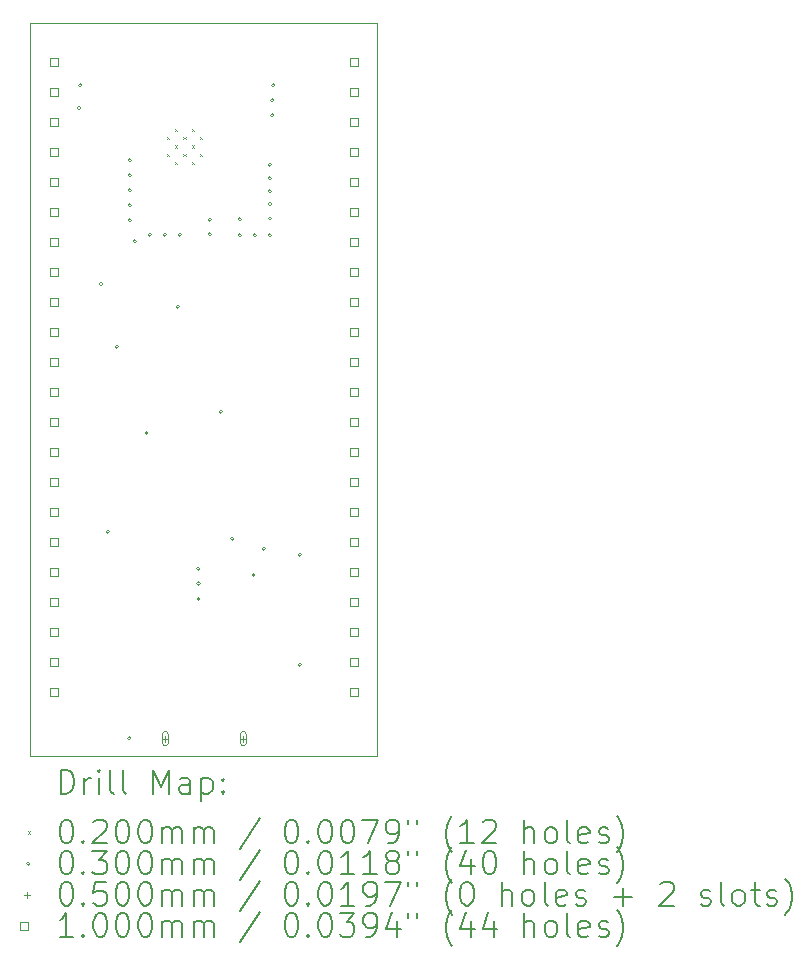
<source format=gbr>
%TF.GenerationSoftware,KiCad,Pcbnew,8.0.8*%
%TF.CreationDate,2025-02-25T12:41:27-05:00*%
%TF.ProjectId,pcb1,70636231-2e6b-4696-9361-645f70636258,rev?*%
%TF.SameCoordinates,Original*%
%TF.FileFunction,Drillmap*%
%TF.FilePolarity,Positive*%
%FSLAX45Y45*%
G04 Gerber Fmt 4.5, Leading zero omitted, Abs format (unit mm)*
G04 Created by KiCad (PCBNEW 8.0.8) date 2025-02-25 12:41:27*
%MOMM*%
%LPD*%
G01*
G04 APERTURE LIST*
%ADD10C,0.050000*%
%ADD11C,0.200000*%
%ADD12C,0.100000*%
G04 APERTURE END LIST*
D10*
X9961880Y-3733800D02*
X12898120Y-3733800D01*
X12898120Y-9944100D01*
X9961880Y-9944100D01*
X9961880Y-3733800D01*
D11*
D12*
X11117300Y-4699900D02*
X11137300Y-4719900D01*
X11137300Y-4699900D02*
X11117300Y-4719900D01*
X11117300Y-4839900D02*
X11137300Y-4859900D01*
X11137300Y-4839900D02*
X11117300Y-4859900D01*
X11187300Y-4629900D02*
X11207300Y-4649900D01*
X11207300Y-4629900D02*
X11187300Y-4649900D01*
X11187300Y-4769900D02*
X11207300Y-4789900D01*
X11207300Y-4769900D02*
X11187300Y-4789900D01*
X11187300Y-4909900D02*
X11207300Y-4929900D01*
X11207300Y-4909900D02*
X11187300Y-4929900D01*
X11257300Y-4699900D02*
X11277300Y-4719900D01*
X11277300Y-4699900D02*
X11257300Y-4719900D01*
X11257300Y-4839900D02*
X11277300Y-4859900D01*
X11277300Y-4839900D02*
X11257300Y-4859900D01*
X11327300Y-4629900D02*
X11347300Y-4649900D01*
X11347300Y-4629900D02*
X11327300Y-4649900D01*
X11327300Y-4769900D02*
X11347300Y-4789900D01*
X11347300Y-4769900D02*
X11327300Y-4789900D01*
X11327300Y-4909900D02*
X11347300Y-4929900D01*
X11347300Y-4909900D02*
X11327300Y-4929900D01*
X11397300Y-4699900D02*
X11417300Y-4719900D01*
X11417300Y-4699900D02*
X11397300Y-4719900D01*
X11397300Y-4839900D02*
X11417300Y-4859900D01*
X11417300Y-4839900D02*
X11397300Y-4859900D01*
X10388926Y-4455726D02*
G75*
G02*
X10358926Y-4455726I-15000J0D01*
G01*
X10358926Y-4455726D02*
G75*
G02*
X10388926Y-4455726I15000J0D01*
G01*
X10398520Y-4262120D02*
G75*
G02*
X10368520Y-4262120I-15000J0D01*
G01*
X10368520Y-4262120D02*
G75*
G02*
X10398520Y-4262120I15000J0D01*
G01*
X10574250Y-5943801D02*
G75*
G02*
X10544250Y-5943801I-15000J0D01*
G01*
X10544250Y-5943801D02*
G75*
G02*
X10574250Y-5943801I15000J0D01*
G01*
X10632200Y-8041640D02*
G75*
G02*
X10602200Y-8041640I-15000J0D01*
G01*
X10602200Y-8041640D02*
G75*
G02*
X10632200Y-8041640I15000J0D01*
G01*
X10708400Y-6477000D02*
G75*
G02*
X10678400Y-6477000I-15000J0D01*
G01*
X10678400Y-6477000D02*
G75*
G02*
X10708400Y-6477000I15000J0D01*
G01*
X10815000Y-9790000D02*
G75*
G02*
X10785000Y-9790000I-15000J0D01*
G01*
X10785000Y-9790000D02*
G75*
G02*
X10815000Y-9790000I15000J0D01*
G01*
X10820160Y-4896900D02*
G75*
G02*
X10790160Y-4896900I-15000J0D01*
G01*
X10790160Y-4896900D02*
G75*
G02*
X10820160Y-4896900I15000J0D01*
G01*
X10820160Y-5023900D02*
G75*
G02*
X10790160Y-5023900I-15000J0D01*
G01*
X10790160Y-5023900D02*
G75*
G02*
X10820160Y-5023900I15000J0D01*
G01*
X10820160Y-5150900D02*
G75*
G02*
X10790160Y-5150900I-15000J0D01*
G01*
X10790160Y-5150900D02*
G75*
G02*
X10820160Y-5150900I15000J0D01*
G01*
X10820160Y-5277900D02*
G75*
G02*
X10790160Y-5277900I-15000J0D01*
G01*
X10790160Y-5277900D02*
G75*
G02*
X10820160Y-5277900I15000J0D01*
G01*
X10820160Y-5404900D02*
G75*
G02*
X10790160Y-5404900I-15000J0D01*
G01*
X10790160Y-5404900D02*
G75*
G02*
X10820160Y-5404900I15000J0D01*
G01*
X10860800Y-5582920D02*
G75*
G02*
X10830800Y-5582920I-15000J0D01*
G01*
X10830800Y-5582920D02*
G75*
G02*
X10860800Y-5582920I15000J0D01*
G01*
X10960000Y-7205000D02*
G75*
G02*
X10930000Y-7205000I-15000J0D01*
G01*
X10930000Y-7205000D02*
G75*
G02*
X10960000Y-7205000I15000J0D01*
G01*
X10987800Y-5527040D02*
G75*
G02*
X10957800Y-5527040I-15000J0D01*
G01*
X10957800Y-5527040D02*
G75*
G02*
X10987800Y-5527040I15000J0D01*
G01*
X11114800Y-5527040D02*
G75*
G02*
X11084800Y-5527040I-15000J0D01*
G01*
X11084800Y-5527040D02*
G75*
G02*
X11114800Y-5527040I15000J0D01*
G01*
X11226560Y-6136640D02*
G75*
G02*
X11196560Y-6136640I-15000J0D01*
G01*
X11196560Y-6136640D02*
G75*
G02*
X11226560Y-6136640I15000J0D01*
G01*
X11241800Y-5527040D02*
G75*
G02*
X11211800Y-5527040I-15000J0D01*
G01*
X11211800Y-5527040D02*
G75*
G02*
X11241800Y-5527040I15000J0D01*
G01*
X11400000Y-8355000D02*
G75*
G02*
X11370000Y-8355000I-15000J0D01*
G01*
X11370000Y-8355000D02*
G75*
G02*
X11400000Y-8355000I15000J0D01*
G01*
X11400000Y-8480000D02*
G75*
G02*
X11370000Y-8480000I-15000J0D01*
G01*
X11370000Y-8480000D02*
G75*
G02*
X11400000Y-8480000I15000J0D01*
G01*
X11400000Y-8610000D02*
G75*
G02*
X11370000Y-8610000I-15000J0D01*
G01*
X11370000Y-8610000D02*
G75*
G02*
X11400000Y-8610000I15000J0D01*
G01*
X11495000Y-5400000D02*
G75*
G02*
X11465000Y-5400000I-15000J0D01*
G01*
X11465000Y-5400000D02*
G75*
G02*
X11495000Y-5400000I15000J0D01*
G01*
X11495800Y-5521960D02*
G75*
G02*
X11465800Y-5521960I-15000J0D01*
G01*
X11465800Y-5521960D02*
G75*
G02*
X11495800Y-5521960I15000J0D01*
G01*
X11589050Y-7025000D02*
G75*
G02*
X11559050Y-7025000I-15000J0D01*
G01*
X11559050Y-7025000D02*
G75*
G02*
X11589050Y-7025000I15000J0D01*
G01*
X11685000Y-8100000D02*
G75*
G02*
X11655000Y-8100000I-15000J0D01*
G01*
X11655000Y-8100000D02*
G75*
G02*
X11685000Y-8100000I15000J0D01*
G01*
X11749800Y-5394960D02*
G75*
G02*
X11719800Y-5394960I-15000J0D01*
G01*
X11719800Y-5394960D02*
G75*
G02*
X11749800Y-5394960I15000J0D01*
G01*
X11749800Y-5529580D02*
G75*
G02*
X11719800Y-5529580I-15000J0D01*
G01*
X11719800Y-5529580D02*
G75*
G02*
X11749800Y-5529580I15000J0D01*
G01*
X11866640Y-8407400D02*
G75*
G02*
X11836640Y-8407400I-15000J0D01*
G01*
X11836640Y-8407400D02*
G75*
G02*
X11866640Y-8407400I15000J0D01*
G01*
X11876800Y-5529580D02*
G75*
G02*
X11846800Y-5529580I-15000J0D01*
G01*
X11846800Y-5529580D02*
G75*
G02*
X11876800Y-5529580I15000J0D01*
G01*
X11953000Y-8183880D02*
G75*
G02*
X11923000Y-8183880I-15000J0D01*
G01*
X11923000Y-8183880D02*
G75*
G02*
X11953000Y-8183880I15000J0D01*
G01*
X12003800Y-4935220D02*
G75*
G02*
X11973800Y-4935220I-15000J0D01*
G01*
X11973800Y-4935220D02*
G75*
G02*
X12003800Y-4935220I15000J0D01*
G01*
X12003800Y-5046980D02*
G75*
G02*
X11973800Y-5046980I-15000J0D01*
G01*
X11973800Y-5046980D02*
G75*
G02*
X12003800Y-5046980I15000J0D01*
G01*
X12003800Y-5158740D02*
G75*
G02*
X11973800Y-5158740I-15000J0D01*
G01*
X11973800Y-5158740D02*
G75*
G02*
X12003800Y-5158740I15000J0D01*
G01*
X12003800Y-5529580D02*
G75*
G02*
X11973800Y-5529580I-15000J0D01*
G01*
X11973800Y-5529580D02*
G75*
G02*
X12003800Y-5529580I15000J0D01*
G01*
X12006340Y-5265420D02*
G75*
G02*
X11976340Y-5265420I-15000J0D01*
G01*
X11976340Y-5265420D02*
G75*
G02*
X12006340Y-5265420I15000J0D01*
G01*
X12006340Y-5389880D02*
G75*
G02*
X11976340Y-5389880I-15000J0D01*
G01*
X11976340Y-5389880D02*
G75*
G02*
X12006340Y-5389880I15000J0D01*
G01*
X12024120Y-4389120D02*
G75*
G02*
X11994120Y-4389120I-15000J0D01*
G01*
X11994120Y-4389120D02*
G75*
G02*
X12024120Y-4389120I15000J0D01*
G01*
X12024120Y-4516120D02*
G75*
G02*
X11994120Y-4516120I-15000J0D01*
G01*
X11994120Y-4516120D02*
G75*
G02*
X12024120Y-4516120I15000J0D01*
G01*
X12034060Y-4261900D02*
G75*
G02*
X12004060Y-4261900I-15000J0D01*
G01*
X12004060Y-4261900D02*
G75*
G02*
X12034060Y-4261900I15000J0D01*
G01*
X12257800Y-8234680D02*
G75*
G02*
X12227800Y-8234680I-15000J0D01*
G01*
X12227800Y-8234680D02*
G75*
G02*
X12257800Y-8234680I15000J0D01*
G01*
X12257800Y-9169400D02*
G75*
G02*
X12227800Y-9169400I-15000J0D01*
G01*
X12227800Y-9169400D02*
G75*
G02*
X12257800Y-9169400I15000J0D01*
G01*
X11106000Y-9768000D02*
X11106000Y-9818000D01*
X11081000Y-9793000D02*
X11131000Y-9793000D01*
X11131000Y-9828000D02*
X11131000Y-9758000D01*
X11081000Y-9758000D02*
G75*
G02*
X11131000Y-9758000I25000J0D01*
G01*
X11081000Y-9758000D02*
X11081000Y-9828000D01*
X11081000Y-9828000D02*
G75*
G03*
X11131000Y-9828000I25000J0D01*
G01*
X11766000Y-9768000D02*
X11766000Y-9818000D01*
X11741000Y-9793000D02*
X11791000Y-9793000D01*
X11791000Y-9828000D02*
X11791000Y-9758000D01*
X11741000Y-9758000D02*
G75*
G02*
X11791000Y-9758000I25000J0D01*
G01*
X11741000Y-9758000D02*
X11741000Y-9828000D01*
X11741000Y-9828000D02*
G75*
G03*
X11791000Y-9828000I25000J0D01*
G01*
X10195356Y-4099356D02*
X10195356Y-4028644D01*
X10124644Y-4028644D01*
X10124644Y-4099356D01*
X10195356Y-4099356D01*
X10195356Y-4353356D02*
X10195356Y-4282644D01*
X10124644Y-4282644D01*
X10124644Y-4353356D01*
X10195356Y-4353356D01*
X10195356Y-4607356D02*
X10195356Y-4536644D01*
X10124644Y-4536644D01*
X10124644Y-4607356D01*
X10195356Y-4607356D01*
X10195356Y-4861356D02*
X10195356Y-4790644D01*
X10124644Y-4790644D01*
X10124644Y-4861356D01*
X10195356Y-4861356D01*
X10195356Y-5115356D02*
X10195356Y-5044644D01*
X10124644Y-5044644D01*
X10124644Y-5115356D01*
X10195356Y-5115356D01*
X10195356Y-5369356D02*
X10195356Y-5298644D01*
X10124644Y-5298644D01*
X10124644Y-5369356D01*
X10195356Y-5369356D01*
X10195356Y-5623356D02*
X10195356Y-5552644D01*
X10124644Y-5552644D01*
X10124644Y-5623356D01*
X10195356Y-5623356D01*
X10195356Y-5877356D02*
X10195356Y-5806644D01*
X10124644Y-5806644D01*
X10124644Y-5877356D01*
X10195356Y-5877356D01*
X10195356Y-6131356D02*
X10195356Y-6060644D01*
X10124644Y-6060644D01*
X10124644Y-6131356D01*
X10195356Y-6131356D01*
X10195356Y-6385356D02*
X10195356Y-6314644D01*
X10124644Y-6314644D01*
X10124644Y-6385356D01*
X10195356Y-6385356D01*
X10195356Y-6639356D02*
X10195356Y-6568644D01*
X10124644Y-6568644D01*
X10124644Y-6639356D01*
X10195356Y-6639356D01*
X10195356Y-6893356D02*
X10195356Y-6822644D01*
X10124644Y-6822644D01*
X10124644Y-6893356D01*
X10195356Y-6893356D01*
X10195356Y-7147356D02*
X10195356Y-7076644D01*
X10124644Y-7076644D01*
X10124644Y-7147356D01*
X10195356Y-7147356D01*
X10195356Y-7401356D02*
X10195356Y-7330644D01*
X10124644Y-7330644D01*
X10124644Y-7401356D01*
X10195356Y-7401356D01*
X10195356Y-7655356D02*
X10195356Y-7584644D01*
X10124644Y-7584644D01*
X10124644Y-7655356D01*
X10195356Y-7655356D01*
X10195356Y-7909356D02*
X10195356Y-7838644D01*
X10124644Y-7838644D01*
X10124644Y-7909356D01*
X10195356Y-7909356D01*
X10195356Y-8163356D02*
X10195356Y-8092644D01*
X10124644Y-8092644D01*
X10124644Y-8163356D01*
X10195356Y-8163356D01*
X10195356Y-8417356D02*
X10195356Y-8346644D01*
X10124644Y-8346644D01*
X10124644Y-8417356D01*
X10195356Y-8417356D01*
X10195356Y-8671356D02*
X10195356Y-8600644D01*
X10124644Y-8600644D01*
X10124644Y-8671356D01*
X10195356Y-8671356D01*
X10195356Y-8925356D02*
X10195356Y-8854644D01*
X10124644Y-8854644D01*
X10124644Y-8925356D01*
X10195356Y-8925356D01*
X10195356Y-9179356D02*
X10195356Y-9108644D01*
X10124644Y-9108644D01*
X10124644Y-9179356D01*
X10195356Y-9179356D01*
X10195356Y-9433356D02*
X10195356Y-9362644D01*
X10124644Y-9362644D01*
X10124644Y-9433356D01*
X10195356Y-9433356D01*
X12735356Y-4099356D02*
X12735356Y-4028644D01*
X12664644Y-4028644D01*
X12664644Y-4099356D01*
X12735356Y-4099356D01*
X12735356Y-4353356D02*
X12735356Y-4282644D01*
X12664644Y-4282644D01*
X12664644Y-4353356D01*
X12735356Y-4353356D01*
X12735356Y-4607356D02*
X12735356Y-4536644D01*
X12664644Y-4536644D01*
X12664644Y-4607356D01*
X12735356Y-4607356D01*
X12735356Y-4861356D02*
X12735356Y-4790644D01*
X12664644Y-4790644D01*
X12664644Y-4861356D01*
X12735356Y-4861356D01*
X12735356Y-5115356D02*
X12735356Y-5044644D01*
X12664644Y-5044644D01*
X12664644Y-5115356D01*
X12735356Y-5115356D01*
X12735356Y-5369356D02*
X12735356Y-5298644D01*
X12664644Y-5298644D01*
X12664644Y-5369356D01*
X12735356Y-5369356D01*
X12735356Y-5623356D02*
X12735356Y-5552644D01*
X12664644Y-5552644D01*
X12664644Y-5623356D01*
X12735356Y-5623356D01*
X12735356Y-5877356D02*
X12735356Y-5806644D01*
X12664644Y-5806644D01*
X12664644Y-5877356D01*
X12735356Y-5877356D01*
X12735356Y-6131356D02*
X12735356Y-6060644D01*
X12664644Y-6060644D01*
X12664644Y-6131356D01*
X12735356Y-6131356D01*
X12735356Y-6385356D02*
X12735356Y-6314644D01*
X12664644Y-6314644D01*
X12664644Y-6385356D01*
X12735356Y-6385356D01*
X12735356Y-6639356D02*
X12735356Y-6568644D01*
X12664644Y-6568644D01*
X12664644Y-6639356D01*
X12735356Y-6639356D01*
X12735356Y-6893356D02*
X12735356Y-6822644D01*
X12664644Y-6822644D01*
X12664644Y-6893356D01*
X12735356Y-6893356D01*
X12735356Y-7147356D02*
X12735356Y-7076644D01*
X12664644Y-7076644D01*
X12664644Y-7147356D01*
X12735356Y-7147356D01*
X12735356Y-7401356D02*
X12735356Y-7330644D01*
X12664644Y-7330644D01*
X12664644Y-7401356D01*
X12735356Y-7401356D01*
X12735356Y-7655356D02*
X12735356Y-7584644D01*
X12664644Y-7584644D01*
X12664644Y-7655356D01*
X12735356Y-7655356D01*
X12735356Y-7909356D02*
X12735356Y-7838644D01*
X12664644Y-7838644D01*
X12664644Y-7909356D01*
X12735356Y-7909356D01*
X12735356Y-8163356D02*
X12735356Y-8092644D01*
X12664644Y-8092644D01*
X12664644Y-8163356D01*
X12735356Y-8163356D01*
X12735356Y-8417356D02*
X12735356Y-8346644D01*
X12664644Y-8346644D01*
X12664644Y-8417356D01*
X12735356Y-8417356D01*
X12735356Y-8671356D02*
X12735356Y-8600644D01*
X12664644Y-8600644D01*
X12664644Y-8671356D01*
X12735356Y-8671356D01*
X12735356Y-8925356D02*
X12735356Y-8854644D01*
X12664644Y-8854644D01*
X12664644Y-8925356D01*
X12735356Y-8925356D01*
X12735356Y-9179356D02*
X12735356Y-9108644D01*
X12664644Y-9108644D01*
X12664644Y-9179356D01*
X12735356Y-9179356D01*
X12735356Y-9433356D02*
X12735356Y-9362644D01*
X12664644Y-9362644D01*
X12664644Y-9433356D01*
X12735356Y-9433356D01*
D11*
X10220157Y-10258084D02*
X10220157Y-10058084D01*
X10220157Y-10058084D02*
X10267776Y-10058084D01*
X10267776Y-10058084D02*
X10296347Y-10067608D01*
X10296347Y-10067608D02*
X10315395Y-10086655D01*
X10315395Y-10086655D02*
X10324919Y-10105703D01*
X10324919Y-10105703D02*
X10334443Y-10143798D01*
X10334443Y-10143798D02*
X10334443Y-10172370D01*
X10334443Y-10172370D02*
X10324919Y-10210465D01*
X10324919Y-10210465D02*
X10315395Y-10229512D01*
X10315395Y-10229512D02*
X10296347Y-10248560D01*
X10296347Y-10248560D02*
X10267776Y-10258084D01*
X10267776Y-10258084D02*
X10220157Y-10258084D01*
X10420157Y-10258084D02*
X10420157Y-10124750D01*
X10420157Y-10162846D02*
X10429681Y-10143798D01*
X10429681Y-10143798D02*
X10439204Y-10134274D01*
X10439204Y-10134274D02*
X10458252Y-10124750D01*
X10458252Y-10124750D02*
X10477300Y-10124750D01*
X10543966Y-10258084D02*
X10543966Y-10124750D01*
X10543966Y-10058084D02*
X10534443Y-10067608D01*
X10534443Y-10067608D02*
X10543966Y-10077131D01*
X10543966Y-10077131D02*
X10553490Y-10067608D01*
X10553490Y-10067608D02*
X10543966Y-10058084D01*
X10543966Y-10058084D02*
X10543966Y-10077131D01*
X10667776Y-10258084D02*
X10648728Y-10248560D01*
X10648728Y-10248560D02*
X10639204Y-10229512D01*
X10639204Y-10229512D02*
X10639204Y-10058084D01*
X10772538Y-10258084D02*
X10753490Y-10248560D01*
X10753490Y-10248560D02*
X10743966Y-10229512D01*
X10743966Y-10229512D02*
X10743966Y-10058084D01*
X11001109Y-10258084D02*
X11001109Y-10058084D01*
X11001109Y-10058084D02*
X11067776Y-10200941D01*
X11067776Y-10200941D02*
X11134443Y-10058084D01*
X11134443Y-10058084D02*
X11134443Y-10258084D01*
X11315395Y-10258084D02*
X11315395Y-10153322D01*
X11315395Y-10153322D02*
X11305871Y-10134274D01*
X11305871Y-10134274D02*
X11286823Y-10124750D01*
X11286823Y-10124750D02*
X11248728Y-10124750D01*
X11248728Y-10124750D02*
X11229681Y-10134274D01*
X11315395Y-10248560D02*
X11296347Y-10258084D01*
X11296347Y-10258084D02*
X11248728Y-10258084D01*
X11248728Y-10258084D02*
X11229681Y-10248560D01*
X11229681Y-10248560D02*
X11220157Y-10229512D01*
X11220157Y-10229512D02*
X11220157Y-10210465D01*
X11220157Y-10210465D02*
X11229681Y-10191417D01*
X11229681Y-10191417D02*
X11248728Y-10181893D01*
X11248728Y-10181893D02*
X11296347Y-10181893D01*
X11296347Y-10181893D02*
X11315395Y-10172370D01*
X11410633Y-10124750D02*
X11410633Y-10324750D01*
X11410633Y-10134274D02*
X11429681Y-10124750D01*
X11429681Y-10124750D02*
X11467776Y-10124750D01*
X11467776Y-10124750D02*
X11486823Y-10134274D01*
X11486823Y-10134274D02*
X11496347Y-10143798D01*
X11496347Y-10143798D02*
X11505871Y-10162846D01*
X11505871Y-10162846D02*
X11505871Y-10219989D01*
X11505871Y-10219989D02*
X11496347Y-10239036D01*
X11496347Y-10239036D02*
X11486823Y-10248560D01*
X11486823Y-10248560D02*
X11467776Y-10258084D01*
X11467776Y-10258084D02*
X11429681Y-10258084D01*
X11429681Y-10258084D02*
X11410633Y-10248560D01*
X11591585Y-10239036D02*
X11601109Y-10248560D01*
X11601109Y-10248560D02*
X11591585Y-10258084D01*
X11591585Y-10258084D02*
X11582062Y-10248560D01*
X11582062Y-10248560D02*
X11591585Y-10239036D01*
X11591585Y-10239036D02*
X11591585Y-10258084D01*
X11591585Y-10134274D02*
X11601109Y-10143798D01*
X11601109Y-10143798D02*
X11591585Y-10153322D01*
X11591585Y-10153322D02*
X11582062Y-10143798D01*
X11582062Y-10143798D02*
X11591585Y-10134274D01*
X11591585Y-10134274D02*
X11591585Y-10153322D01*
D12*
X9939380Y-10576600D02*
X9959380Y-10596600D01*
X9959380Y-10576600D02*
X9939380Y-10596600D01*
D11*
X10258252Y-10478084D02*
X10277300Y-10478084D01*
X10277300Y-10478084D02*
X10296347Y-10487608D01*
X10296347Y-10487608D02*
X10305871Y-10497131D01*
X10305871Y-10497131D02*
X10315395Y-10516179D01*
X10315395Y-10516179D02*
X10324919Y-10554274D01*
X10324919Y-10554274D02*
X10324919Y-10601893D01*
X10324919Y-10601893D02*
X10315395Y-10639989D01*
X10315395Y-10639989D02*
X10305871Y-10659036D01*
X10305871Y-10659036D02*
X10296347Y-10668560D01*
X10296347Y-10668560D02*
X10277300Y-10678084D01*
X10277300Y-10678084D02*
X10258252Y-10678084D01*
X10258252Y-10678084D02*
X10239204Y-10668560D01*
X10239204Y-10668560D02*
X10229681Y-10659036D01*
X10229681Y-10659036D02*
X10220157Y-10639989D01*
X10220157Y-10639989D02*
X10210633Y-10601893D01*
X10210633Y-10601893D02*
X10210633Y-10554274D01*
X10210633Y-10554274D02*
X10220157Y-10516179D01*
X10220157Y-10516179D02*
X10229681Y-10497131D01*
X10229681Y-10497131D02*
X10239204Y-10487608D01*
X10239204Y-10487608D02*
X10258252Y-10478084D01*
X10410633Y-10659036D02*
X10420157Y-10668560D01*
X10420157Y-10668560D02*
X10410633Y-10678084D01*
X10410633Y-10678084D02*
X10401109Y-10668560D01*
X10401109Y-10668560D02*
X10410633Y-10659036D01*
X10410633Y-10659036D02*
X10410633Y-10678084D01*
X10496347Y-10497131D02*
X10505871Y-10487608D01*
X10505871Y-10487608D02*
X10524919Y-10478084D01*
X10524919Y-10478084D02*
X10572538Y-10478084D01*
X10572538Y-10478084D02*
X10591585Y-10487608D01*
X10591585Y-10487608D02*
X10601109Y-10497131D01*
X10601109Y-10497131D02*
X10610633Y-10516179D01*
X10610633Y-10516179D02*
X10610633Y-10535227D01*
X10610633Y-10535227D02*
X10601109Y-10563798D01*
X10601109Y-10563798D02*
X10486824Y-10678084D01*
X10486824Y-10678084D02*
X10610633Y-10678084D01*
X10734443Y-10478084D02*
X10753490Y-10478084D01*
X10753490Y-10478084D02*
X10772538Y-10487608D01*
X10772538Y-10487608D02*
X10782062Y-10497131D01*
X10782062Y-10497131D02*
X10791585Y-10516179D01*
X10791585Y-10516179D02*
X10801109Y-10554274D01*
X10801109Y-10554274D02*
X10801109Y-10601893D01*
X10801109Y-10601893D02*
X10791585Y-10639989D01*
X10791585Y-10639989D02*
X10782062Y-10659036D01*
X10782062Y-10659036D02*
X10772538Y-10668560D01*
X10772538Y-10668560D02*
X10753490Y-10678084D01*
X10753490Y-10678084D02*
X10734443Y-10678084D01*
X10734443Y-10678084D02*
X10715395Y-10668560D01*
X10715395Y-10668560D02*
X10705871Y-10659036D01*
X10705871Y-10659036D02*
X10696347Y-10639989D01*
X10696347Y-10639989D02*
X10686824Y-10601893D01*
X10686824Y-10601893D02*
X10686824Y-10554274D01*
X10686824Y-10554274D02*
X10696347Y-10516179D01*
X10696347Y-10516179D02*
X10705871Y-10497131D01*
X10705871Y-10497131D02*
X10715395Y-10487608D01*
X10715395Y-10487608D02*
X10734443Y-10478084D01*
X10924919Y-10478084D02*
X10943966Y-10478084D01*
X10943966Y-10478084D02*
X10963014Y-10487608D01*
X10963014Y-10487608D02*
X10972538Y-10497131D01*
X10972538Y-10497131D02*
X10982062Y-10516179D01*
X10982062Y-10516179D02*
X10991585Y-10554274D01*
X10991585Y-10554274D02*
X10991585Y-10601893D01*
X10991585Y-10601893D02*
X10982062Y-10639989D01*
X10982062Y-10639989D02*
X10972538Y-10659036D01*
X10972538Y-10659036D02*
X10963014Y-10668560D01*
X10963014Y-10668560D02*
X10943966Y-10678084D01*
X10943966Y-10678084D02*
X10924919Y-10678084D01*
X10924919Y-10678084D02*
X10905871Y-10668560D01*
X10905871Y-10668560D02*
X10896347Y-10659036D01*
X10896347Y-10659036D02*
X10886824Y-10639989D01*
X10886824Y-10639989D02*
X10877300Y-10601893D01*
X10877300Y-10601893D02*
X10877300Y-10554274D01*
X10877300Y-10554274D02*
X10886824Y-10516179D01*
X10886824Y-10516179D02*
X10896347Y-10497131D01*
X10896347Y-10497131D02*
X10905871Y-10487608D01*
X10905871Y-10487608D02*
X10924919Y-10478084D01*
X11077300Y-10678084D02*
X11077300Y-10544750D01*
X11077300Y-10563798D02*
X11086824Y-10554274D01*
X11086824Y-10554274D02*
X11105871Y-10544750D01*
X11105871Y-10544750D02*
X11134443Y-10544750D01*
X11134443Y-10544750D02*
X11153490Y-10554274D01*
X11153490Y-10554274D02*
X11163014Y-10573322D01*
X11163014Y-10573322D02*
X11163014Y-10678084D01*
X11163014Y-10573322D02*
X11172538Y-10554274D01*
X11172538Y-10554274D02*
X11191585Y-10544750D01*
X11191585Y-10544750D02*
X11220157Y-10544750D01*
X11220157Y-10544750D02*
X11239204Y-10554274D01*
X11239204Y-10554274D02*
X11248728Y-10573322D01*
X11248728Y-10573322D02*
X11248728Y-10678084D01*
X11343966Y-10678084D02*
X11343966Y-10544750D01*
X11343966Y-10563798D02*
X11353490Y-10554274D01*
X11353490Y-10554274D02*
X11372538Y-10544750D01*
X11372538Y-10544750D02*
X11401109Y-10544750D01*
X11401109Y-10544750D02*
X11420157Y-10554274D01*
X11420157Y-10554274D02*
X11429681Y-10573322D01*
X11429681Y-10573322D02*
X11429681Y-10678084D01*
X11429681Y-10573322D02*
X11439204Y-10554274D01*
X11439204Y-10554274D02*
X11458252Y-10544750D01*
X11458252Y-10544750D02*
X11486823Y-10544750D01*
X11486823Y-10544750D02*
X11505871Y-10554274D01*
X11505871Y-10554274D02*
X11515395Y-10573322D01*
X11515395Y-10573322D02*
X11515395Y-10678084D01*
X11905871Y-10468560D02*
X11734443Y-10725703D01*
X12163014Y-10478084D02*
X12182062Y-10478084D01*
X12182062Y-10478084D02*
X12201109Y-10487608D01*
X12201109Y-10487608D02*
X12210633Y-10497131D01*
X12210633Y-10497131D02*
X12220157Y-10516179D01*
X12220157Y-10516179D02*
X12229681Y-10554274D01*
X12229681Y-10554274D02*
X12229681Y-10601893D01*
X12229681Y-10601893D02*
X12220157Y-10639989D01*
X12220157Y-10639989D02*
X12210633Y-10659036D01*
X12210633Y-10659036D02*
X12201109Y-10668560D01*
X12201109Y-10668560D02*
X12182062Y-10678084D01*
X12182062Y-10678084D02*
X12163014Y-10678084D01*
X12163014Y-10678084D02*
X12143966Y-10668560D01*
X12143966Y-10668560D02*
X12134443Y-10659036D01*
X12134443Y-10659036D02*
X12124919Y-10639989D01*
X12124919Y-10639989D02*
X12115395Y-10601893D01*
X12115395Y-10601893D02*
X12115395Y-10554274D01*
X12115395Y-10554274D02*
X12124919Y-10516179D01*
X12124919Y-10516179D02*
X12134443Y-10497131D01*
X12134443Y-10497131D02*
X12143966Y-10487608D01*
X12143966Y-10487608D02*
X12163014Y-10478084D01*
X12315395Y-10659036D02*
X12324919Y-10668560D01*
X12324919Y-10668560D02*
X12315395Y-10678084D01*
X12315395Y-10678084D02*
X12305871Y-10668560D01*
X12305871Y-10668560D02*
X12315395Y-10659036D01*
X12315395Y-10659036D02*
X12315395Y-10678084D01*
X12448728Y-10478084D02*
X12467776Y-10478084D01*
X12467776Y-10478084D02*
X12486824Y-10487608D01*
X12486824Y-10487608D02*
X12496347Y-10497131D01*
X12496347Y-10497131D02*
X12505871Y-10516179D01*
X12505871Y-10516179D02*
X12515395Y-10554274D01*
X12515395Y-10554274D02*
X12515395Y-10601893D01*
X12515395Y-10601893D02*
X12505871Y-10639989D01*
X12505871Y-10639989D02*
X12496347Y-10659036D01*
X12496347Y-10659036D02*
X12486824Y-10668560D01*
X12486824Y-10668560D02*
X12467776Y-10678084D01*
X12467776Y-10678084D02*
X12448728Y-10678084D01*
X12448728Y-10678084D02*
X12429681Y-10668560D01*
X12429681Y-10668560D02*
X12420157Y-10659036D01*
X12420157Y-10659036D02*
X12410633Y-10639989D01*
X12410633Y-10639989D02*
X12401109Y-10601893D01*
X12401109Y-10601893D02*
X12401109Y-10554274D01*
X12401109Y-10554274D02*
X12410633Y-10516179D01*
X12410633Y-10516179D02*
X12420157Y-10497131D01*
X12420157Y-10497131D02*
X12429681Y-10487608D01*
X12429681Y-10487608D02*
X12448728Y-10478084D01*
X12639205Y-10478084D02*
X12658252Y-10478084D01*
X12658252Y-10478084D02*
X12677300Y-10487608D01*
X12677300Y-10487608D02*
X12686824Y-10497131D01*
X12686824Y-10497131D02*
X12696347Y-10516179D01*
X12696347Y-10516179D02*
X12705871Y-10554274D01*
X12705871Y-10554274D02*
X12705871Y-10601893D01*
X12705871Y-10601893D02*
X12696347Y-10639989D01*
X12696347Y-10639989D02*
X12686824Y-10659036D01*
X12686824Y-10659036D02*
X12677300Y-10668560D01*
X12677300Y-10668560D02*
X12658252Y-10678084D01*
X12658252Y-10678084D02*
X12639205Y-10678084D01*
X12639205Y-10678084D02*
X12620157Y-10668560D01*
X12620157Y-10668560D02*
X12610633Y-10659036D01*
X12610633Y-10659036D02*
X12601109Y-10639989D01*
X12601109Y-10639989D02*
X12591586Y-10601893D01*
X12591586Y-10601893D02*
X12591586Y-10554274D01*
X12591586Y-10554274D02*
X12601109Y-10516179D01*
X12601109Y-10516179D02*
X12610633Y-10497131D01*
X12610633Y-10497131D02*
X12620157Y-10487608D01*
X12620157Y-10487608D02*
X12639205Y-10478084D01*
X12772538Y-10478084D02*
X12905871Y-10478084D01*
X12905871Y-10478084D02*
X12820157Y-10678084D01*
X12991586Y-10678084D02*
X13029681Y-10678084D01*
X13029681Y-10678084D02*
X13048728Y-10668560D01*
X13048728Y-10668560D02*
X13058252Y-10659036D01*
X13058252Y-10659036D02*
X13077300Y-10630465D01*
X13077300Y-10630465D02*
X13086824Y-10592370D01*
X13086824Y-10592370D02*
X13086824Y-10516179D01*
X13086824Y-10516179D02*
X13077300Y-10497131D01*
X13077300Y-10497131D02*
X13067776Y-10487608D01*
X13067776Y-10487608D02*
X13048728Y-10478084D01*
X13048728Y-10478084D02*
X13010633Y-10478084D01*
X13010633Y-10478084D02*
X12991586Y-10487608D01*
X12991586Y-10487608D02*
X12982062Y-10497131D01*
X12982062Y-10497131D02*
X12972538Y-10516179D01*
X12972538Y-10516179D02*
X12972538Y-10563798D01*
X12972538Y-10563798D02*
X12982062Y-10582846D01*
X12982062Y-10582846D02*
X12991586Y-10592370D01*
X12991586Y-10592370D02*
X13010633Y-10601893D01*
X13010633Y-10601893D02*
X13048728Y-10601893D01*
X13048728Y-10601893D02*
X13067776Y-10592370D01*
X13067776Y-10592370D02*
X13077300Y-10582846D01*
X13077300Y-10582846D02*
X13086824Y-10563798D01*
X13163014Y-10478084D02*
X13163014Y-10516179D01*
X13239205Y-10478084D02*
X13239205Y-10516179D01*
X13534443Y-10754274D02*
X13524919Y-10744750D01*
X13524919Y-10744750D02*
X13505871Y-10716179D01*
X13505871Y-10716179D02*
X13496348Y-10697131D01*
X13496348Y-10697131D02*
X13486824Y-10668560D01*
X13486824Y-10668560D02*
X13477300Y-10620941D01*
X13477300Y-10620941D02*
X13477300Y-10582846D01*
X13477300Y-10582846D02*
X13486824Y-10535227D01*
X13486824Y-10535227D02*
X13496348Y-10506655D01*
X13496348Y-10506655D02*
X13505871Y-10487608D01*
X13505871Y-10487608D02*
X13524919Y-10459036D01*
X13524919Y-10459036D02*
X13534443Y-10449512D01*
X13715395Y-10678084D02*
X13601109Y-10678084D01*
X13658252Y-10678084D02*
X13658252Y-10478084D01*
X13658252Y-10478084D02*
X13639205Y-10506655D01*
X13639205Y-10506655D02*
X13620157Y-10525703D01*
X13620157Y-10525703D02*
X13601109Y-10535227D01*
X13791586Y-10497131D02*
X13801109Y-10487608D01*
X13801109Y-10487608D02*
X13820157Y-10478084D01*
X13820157Y-10478084D02*
X13867776Y-10478084D01*
X13867776Y-10478084D02*
X13886824Y-10487608D01*
X13886824Y-10487608D02*
X13896348Y-10497131D01*
X13896348Y-10497131D02*
X13905871Y-10516179D01*
X13905871Y-10516179D02*
X13905871Y-10535227D01*
X13905871Y-10535227D02*
X13896348Y-10563798D01*
X13896348Y-10563798D02*
X13782062Y-10678084D01*
X13782062Y-10678084D02*
X13905871Y-10678084D01*
X14143967Y-10678084D02*
X14143967Y-10478084D01*
X14229681Y-10678084D02*
X14229681Y-10573322D01*
X14229681Y-10573322D02*
X14220157Y-10554274D01*
X14220157Y-10554274D02*
X14201110Y-10544750D01*
X14201110Y-10544750D02*
X14172538Y-10544750D01*
X14172538Y-10544750D02*
X14153490Y-10554274D01*
X14153490Y-10554274D02*
X14143967Y-10563798D01*
X14353490Y-10678084D02*
X14334443Y-10668560D01*
X14334443Y-10668560D02*
X14324919Y-10659036D01*
X14324919Y-10659036D02*
X14315395Y-10639989D01*
X14315395Y-10639989D02*
X14315395Y-10582846D01*
X14315395Y-10582846D02*
X14324919Y-10563798D01*
X14324919Y-10563798D02*
X14334443Y-10554274D01*
X14334443Y-10554274D02*
X14353490Y-10544750D01*
X14353490Y-10544750D02*
X14382062Y-10544750D01*
X14382062Y-10544750D02*
X14401110Y-10554274D01*
X14401110Y-10554274D02*
X14410633Y-10563798D01*
X14410633Y-10563798D02*
X14420157Y-10582846D01*
X14420157Y-10582846D02*
X14420157Y-10639989D01*
X14420157Y-10639989D02*
X14410633Y-10659036D01*
X14410633Y-10659036D02*
X14401110Y-10668560D01*
X14401110Y-10668560D02*
X14382062Y-10678084D01*
X14382062Y-10678084D02*
X14353490Y-10678084D01*
X14534443Y-10678084D02*
X14515395Y-10668560D01*
X14515395Y-10668560D02*
X14505871Y-10649512D01*
X14505871Y-10649512D02*
X14505871Y-10478084D01*
X14686824Y-10668560D02*
X14667776Y-10678084D01*
X14667776Y-10678084D02*
X14629681Y-10678084D01*
X14629681Y-10678084D02*
X14610633Y-10668560D01*
X14610633Y-10668560D02*
X14601110Y-10649512D01*
X14601110Y-10649512D02*
X14601110Y-10573322D01*
X14601110Y-10573322D02*
X14610633Y-10554274D01*
X14610633Y-10554274D02*
X14629681Y-10544750D01*
X14629681Y-10544750D02*
X14667776Y-10544750D01*
X14667776Y-10544750D02*
X14686824Y-10554274D01*
X14686824Y-10554274D02*
X14696348Y-10573322D01*
X14696348Y-10573322D02*
X14696348Y-10592370D01*
X14696348Y-10592370D02*
X14601110Y-10611417D01*
X14772538Y-10668560D02*
X14791586Y-10678084D01*
X14791586Y-10678084D02*
X14829681Y-10678084D01*
X14829681Y-10678084D02*
X14848729Y-10668560D01*
X14848729Y-10668560D02*
X14858252Y-10649512D01*
X14858252Y-10649512D02*
X14858252Y-10639989D01*
X14858252Y-10639989D02*
X14848729Y-10620941D01*
X14848729Y-10620941D02*
X14829681Y-10611417D01*
X14829681Y-10611417D02*
X14801110Y-10611417D01*
X14801110Y-10611417D02*
X14782062Y-10601893D01*
X14782062Y-10601893D02*
X14772538Y-10582846D01*
X14772538Y-10582846D02*
X14772538Y-10573322D01*
X14772538Y-10573322D02*
X14782062Y-10554274D01*
X14782062Y-10554274D02*
X14801110Y-10544750D01*
X14801110Y-10544750D02*
X14829681Y-10544750D01*
X14829681Y-10544750D02*
X14848729Y-10554274D01*
X14924919Y-10754274D02*
X14934443Y-10744750D01*
X14934443Y-10744750D02*
X14953491Y-10716179D01*
X14953491Y-10716179D02*
X14963014Y-10697131D01*
X14963014Y-10697131D02*
X14972538Y-10668560D01*
X14972538Y-10668560D02*
X14982062Y-10620941D01*
X14982062Y-10620941D02*
X14982062Y-10582846D01*
X14982062Y-10582846D02*
X14972538Y-10535227D01*
X14972538Y-10535227D02*
X14963014Y-10506655D01*
X14963014Y-10506655D02*
X14953491Y-10487608D01*
X14953491Y-10487608D02*
X14934443Y-10459036D01*
X14934443Y-10459036D02*
X14924919Y-10449512D01*
D12*
X9959380Y-10850600D02*
G75*
G02*
X9929380Y-10850600I-15000J0D01*
G01*
X9929380Y-10850600D02*
G75*
G02*
X9959380Y-10850600I15000J0D01*
G01*
D11*
X10258252Y-10742084D02*
X10277300Y-10742084D01*
X10277300Y-10742084D02*
X10296347Y-10751608D01*
X10296347Y-10751608D02*
X10305871Y-10761131D01*
X10305871Y-10761131D02*
X10315395Y-10780179D01*
X10315395Y-10780179D02*
X10324919Y-10818274D01*
X10324919Y-10818274D02*
X10324919Y-10865893D01*
X10324919Y-10865893D02*
X10315395Y-10903989D01*
X10315395Y-10903989D02*
X10305871Y-10923036D01*
X10305871Y-10923036D02*
X10296347Y-10932560D01*
X10296347Y-10932560D02*
X10277300Y-10942084D01*
X10277300Y-10942084D02*
X10258252Y-10942084D01*
X10258252Y-10942084D02*
X10239204Y-10932560D01*
X10239204Y-10932560D02*
X10229681Y-10923036D01*
X10229681Y-10923036D02*
X10220157Y-10903989D01*
X10220157Y-10903989D02*
X10210633Y-10865893D01*
X10210633Y-10865893D02*
X10210633Y-10818274D01*
X10210633Y-10818274D02*
X10220157Y-10780179D01*
X10220157Y-10780179D02*
X10229681Y-10761131D01*
X10229681Y-10761131D02*
X10239204Y-10751608D01*
X10239204Y-10751608D02*
X10258252Y-10742084D01*
X10410633Y-10923036D02*
X10420157Y-10932560D01*
X10420157Y-10932560D02*
X10410633Y-10942084D01*
X10410633Y-10942084D02*
X10401109Y-10932560D01*
X10401109Y-10932560D02*
X10410633Y-10923036D01*
X10410633Y-10923036D02*
X10410633Y-10942084D01*
X10486824Y-10742084D02*
X10610633Y-10742084D01*
X10610633Y-10742084D02*
X10543966Y-10818274D01*
X10543966Y-10818274D02*
X10572538Y-10818274D01*
X10572538Y-10818274D02*
X10591585Y-10827798D01*
X10591585Y-10827798D02*
X10601109Y-10837322D01*
X10601109Y-10837322D02*
X10610633Y-10856370D01*
X10610633Y-10856370D02*
X10610633Y-10903989D01*
X10610633Y-10903989D02*
X10601109Y-10923036D01*
X10601109Y-10923036D02*
X10591585Y-10932560D01*
X10591585Y-10932560D02*
X10572538Y-10942084D01*
X10572538Y-10942084D02*
X10515395Y-10942084D01*
X10515395Y-10942084D02*
X10496347Y-10932560D01*
X10496347Y-10932560D02*
X10486824Y-10923036D01*
X10734443Y-10742084D02*
X10753490Y-10742084D01*
X10753490Y-10742084D02*
X10772538Y-10751608D01*
X10772538Y-10751608D02*
X10782062Y-10761131D01*
X10782062Y-10761131D02*
X10791585Y-10780179D01*
X10791585Y-10780179D02*
X10801109Y-10818274D01*
X10801109Y-10818274D02*
X10801109Y-10865893D01*
X10801109Y-10865893D02*
X10791585Y-10903989D01*
X10791585Y-10903989D02*
X10782062Y-10923036D01*
X10782062Y-10923036D02*
X10772538Y-10932560D01*
X10772538Y-10932560D02*
X10753490Y-10942084D01*
X10753490Y-10942084D02*
X10734443Y-10942084D01*
X10734443Y-10942084D02*
X10715395Y-10932560D01*
X10715395Y-10932560D02*
X10705871Y-10923036D01*
X10705871Y-10923036D02*
X10696347Y-10903989D01*
X10696347Y-10903989D02*
X10686824Y-10865893D01*
X10686824Y-10865893D02*
X10686824Y-10818274D01*
X10686824Y-10818274D02*
X10696347Y-10780179D01*
X10696347Y-10780179D02*
X10705871Y-10761131D01*
X10705871Y-10761131D02*
X10715395Y-10751608D01*
X10715395Y-10751608D02*
X10734443Y-10742084D01*
X10924919Y-10742084D02*
X10943966Y-10742084D01*
X10943966Y-10742084D02*
X10963014Y-10751608D01*
X10963014Y-10751608D02*
X10972538Y-10761131D01*
X10972538Y-10761131D02*
X10982062Y-10780179D01*
X10982062Y-10780179D02*
X10991585Y-10818274D01*
X10991585Y-10818274D02*
X10991585Y-10865893D01*
X10991585Y-10865893D02*
X10982062Y-10903989D01*
X10982062Y-10903989D02*
X10972538Y-10923036D01*
X10972538Y-10923036D02*
X10963014Y-10932560D01*
X10963014Y-10932560D02*
X10943966Y-10942084D01*
X10943966Y-10942084D02*
X10924919Y-10942084D01*
X10924919Y-10942084D02*
X10905871Y-10932560D01*
X10905871Y-10932560D02*
X10896347Y-10923036D01*
X10896347Y-10923036D02*
X10886824Y-10903989D01*
X10886824Y-10903989D02*
X10877300Y-10865893D01*
X10877300Y-10865893D02*
X10877300Y-10818274D01*
X10877300Y-10818274D02*
X10886824Y-10780179D01*
X10886824Y-10780179D02*
X10896347Y-10761131D01*
X10896347Y-10761131D02*
X10905871Y-10751608D01*
X10905871Y-10751608D02*
X10924919Y-10742084D01*
X11077300Y-10942084D02*
X11077300Y-10808750D01*
X11077300Y-10827798D02*
X11086824Y-10818274D01*
X11086824Y-10818274D02*
X11105871Y-10808750D01*
X11105871Y-10808750D02*
X11134443Y-10808750D01*
X11134443Y-10808750D02*
X11153490Y-10818274D01*
X11153490Y-10818274D02*
X11163014Y-10837322D01*
X11163014Y-10837322D02*
X11163014Y-10942084D01*
X11163014Y-10837322D02*
X11172538Y-10818274D01*
X11172538Y-10818274D02*
X11191585Y-10808750D01*
X11191585Y-10808750D02*
X11220157Y-10808750D01*
X11220157Y-10808750D02*
X11239204Y-10818274D01*
X11239204Y-10818274D02*
X11248728Y-10837322D01*
X11248728Y-10837322D02*
X11248728Y-10942084D01*
X11343966Y-10942084D02*
X11343966Y-10808750D01*
X11343966Y-10827798D02*
X11353490Y-10818274D01*
X11353490Y-10818274D02*
X11372538Y-10808750D01*
X11372538Y-10808750D02*
X11401109Y-10808750D01*
X11401109Y-10808750D02*
X11420157Y-10818274D01*
X11420157Y-10818274D02*
X11429681Y-10837322D01*
X11429681Y-10837322D02*
X11429681Y-10942084D01*
X11429681Y-10837322D02*
X11439204Y-10818274D01*
X11439204Y-10818274D02*
X11458252Y-10808750D01*
X11458252Y-10808750D02*
X11486823Y-10808750D01*
X11486823Y-10808750D02*
X11505871Y-10818274D01*
X11505871Y-10818274D02*
X11515395Y-10837322D01*
X11515395Y-10837322D02*
X11515395Y-10942084D01*
X11905871Y-10732560D02*
X11734443Y-10989703D01*
X12163014Y-10742084D02*
X12182062Y-10742084D01*
X12182062Y-10742084D02*
X12201109Y-10751608D01*
X12201109Y-10751608D02*
X12210633Y-10761131D01*
X12210633Y-10761131D02*
X12220157Y-10780179D01*
X12220157Y-10780179D02*
X12229681Y-10818274D01*
X12229681Y-10818274D02*
X12229681Y-10865893D01*
X12229681Y-10865893D02*
X12220157Y-10903989D01*
X12220157Y-10903989D02*
X12210633Y-10923036D01*
X12210633Y-10923036D02*
X12201109Y-10932560D01*
X12201109Y-10932560D02*
X12182062Y-10942084D01*
X12182062Y-10942084D02*
X12163014Y-10942084D01*
X12163014Y-10942084D02*
X12143966Y-10932560D01*
X12143966Y-10932560D02*
X12134443Y-10923036D01*
X12134443Y-10923036D02*
X12124919Y-10903989D01*
X12124919Y-10903989D02*
X12115395Y-10865893D01*
X12115395Y-10865893D02*
X12115395Y-10818274D01*
X12115395Y-10818274D02*
X12124919Y-10780179D01*
X12124919Y-10780179D02*
X12134443Y-10761131D01*
X12134443Y-10761131D02*
X12143966Y-10751608D01*
X12143966Y-10751608D02*
X12163014Y-10742084D01*
X12315395Y-10923036D02*
X12324919Y-10932560D01*
X12324919Y-10932560D02*
X12315395Y-10942084D01*
X12315395Y-10942084D02*
X12305871Y-10932560D01*
X12305871Y-10932560D02*
X12315395Y-10923036D01*
X12315395Y-10923036D02*
X12315395Y-10942084D01*
X12448728Y-10742084D02*
X12467776Y-10742084D01*
X12467776Y-10742084D02*
X12486824Y-10751608D01*
X12486824Y-10751608D02*
X12496347Y-10761131D01*
X12496347Y-10761131D02*
X12505871Y-10780179D01*
X12505871Y-10780179D02*
X12515395Y-10818274D01*
X12515395Y-10818274D02*
X12515395Y-10865893D01*
X12515395Y-10865893D02*
X12505871Y-10903989D01*
X12505871Y-10903989D02*
X12496347Y-10923036D01*
X12496347Y-10923036D02*
X12486824Y-10932560D01*
X12486824Y-10932560D02*
X12467776Y-10942084D01*
X12467776Y-10942084D02*
X12448728Y-10942084D01*
X12448728Y-10942084D02*
X12429681Y-10932560D01*
X12429681Y-10932560D02*
X12420157Y-10923036D01*
X12420157Y-10923036D02*
X12410633Y-10903989D01*
X12410633Y-10903989D02*
X12401109Y-10865893D01*
X12401109Y-10865893D02*
X12401109Y-10818274D01*
X12401109Y-10818274D02*
X12410633Y-10780179D01*
X12410633Y-10780179D02*
X12420157Y-10761131D01*
X12420157Y-10761131D02*
X12429681Y-10751608D01*
X12429681Y-10751608D02*
X12448728Y-10742084D01*
X12705871Y-10942084D02*
X12591586Y-10942084D01*
X12648728Y-10942084D02*
X12648728Y-10742084D01*
X12648728Y-10742084D02*
X12629681Y-10770655D01*
X12629681Y-10770655D02*
X12610633Y-10789703D01*
X12610633Y-10789703D02*
X12591586Y-10799227D01*
X12896347Y-10942084D02*
X12782062Y-10942084D01*
X12839205Y-10942084D02*
X12839205Y-10742084D01*
X12839205Y-10742084D02*
X12820157Y-10770655D01*
X12820157Y-10770655D02*
X12801109Y-10789703D01*
X12801109Y-10789703D02*
X12782062Y-10799227D01*
X13010633Y-10827798D02*
X12991586Y-10818274D01*
X12991586Y-10818274D02*
X12982062Y-10808750D01*
X12982062Y-10808750D02*
X12972538Y-10789703D01*
X12972538Y-10789703D02*
X12972538Y-10780179D01*
X12972538Y-10780179D02*
X12982062Y-10761131D01*
X12982062Y-10761131D02*
X12991586Y-10751608D01*
X12991586Y-10751608D02*
X13010633Y-10742084D01*
X13010633Y-10742084D02*
X13048728Y-10742084D01*
X13048728Y-10742084D02*
X13067776Y-10751608D01*
X13067776Y-10751608D02*
X13077300Y-10761131D01*
X13077300Y-10761131D02*
X13086824Y-10780179D01*
X13086824Y-10780179D02*
X13086824Y-10789703D01*
X13086824Y-10789703D02*
X13077300Y-10808750D01*
X13077300Y-10808750D02*
X13067776Y-10818274D01*
X13067776Y-10818274D02*
X13048728Y-10827798D01*
X13048728Y-10827798D02*
X13010633Y-10827798D01*
X13010633Y-10827798D02*
X12991586Y-10837322D01*
X12991586Y-10837322D02*
X12982062Y-10846846D01*
X12982062Y-10846846D02*
X12972538Y-10865893D01*
X12972538Y-10865893D02*
X12972538Y-10903989D01*
X12972538Y-10903989D02*
X12982062Y-10923036D01*
X12982062Y-10923036D02*
X12991586Y-10932560D01*
X12991586Y-10932560D02*
X13010633Y-10942084D01*
X13010633Y-10942084D02*
X13048728Y-10942084D01*
X13048728Y-10942084D02*
X13067776Y-10932560D01*
X13067776Y-10932560D02*
X13077300Y-10923036D01*
X13077300Y-10923036D02*
X13086824Y-10903989D01*
X13086824Y-10903989D02*
X13086824Y-10865893D01*
X13086824Y-10865893D02*
X13077300Y-10846846D01*
X13077300Y-10846846D02*
X13067776Y-10837322D01*
X13067776Y-10837322D02*
X13048728Y-10827798D01*
X13163014Y-10742084D02*
X13163014Y-10780179D01*
X13239205Y-10742084D02*
X13239205Y-10780179D01*
X13534443Y-11018274D02*
X13524919Y-11008750D01*
X13524919Y-11008750D02*
X13505871Y-10980179D01*
X13505871Y-10980179D02*
X13496348Y-10961131D01*
X13496348Y-10961131D02*
X13486824Y-10932560D01*
X13486824Y-10932560D02*
X13477300Y-10884941D01*
X13477300Y-10884941D02*
X13477300Y-10846846D01*
X13477300Y-10846846D02*
X13486824Y-10799227D01*
X13486824Y-10799227D02*
X13496348Y-10770655D01*
X13496348Y-10770655D02*
X13505871Y-10751608D01*
X13505871Y-10751608D02*
X13524919Y-10723036D01*
X13524919Y-10723036D02*
X13534443Y-10713512D01*
X13696348Y-10808750D02*
X13696348Y-10942084D01*
X13648728Y-10732560D02*
X13601109Y-10875417D01*
X13601109Y-10875417D02*
X13724919Y-10875417D01*
X13839205Y-10742084D02*
X13858252Y-10742084D01*
X13858252Y-10742084D02*
X13877300Y-10751608D01*
X13877300Y-10751608D02*
X13886824Y-10761131D01*
X13886824Y-10761131D02*
X13896348Y-10780179D01*
X13896348Y-10780179D02*
X13905871Y-10818274D01*
X13905871Y-10818274D02*
X13905871Y-10865893D01*
X13905871Y-10865893D02*
X13896348Y-10903989D01*
X13896348Y-10903989D02*
X13886824Y-10923036D01*
X13886824Y-10923036D02*
X13877300Y-10932560D01*
X13877300Y-10932560D02*
X13858252Y-10942084D01*
X13858252Y-10942084D02*
X13839205Y-10942084D01*
X13839205Y-10942084D02*
X13820157Y-10932560D01*
X13820157Y-10932560D02*
X13810633Y-10923036D01*
X13810633Y-10923036D02*
X13801109Y-10903989D01*
X13801109Y-10903989D02*
X13791586Y-10865893D01*
X13791586Y-10865893D02*
X13791586Y-10818274D01*
X13791586Y-10818274D02*
X13801109Y-10780179D01*
X13801109Y-10780179D02*
X13810633Y-10761131D01*
X13810633Y-10761131D02*
X13820157Y-10751608D01*
X13820157Y-10751608D02*
X13839205Y-10742084D01*
X14143967Y-10942084D02*
X14143967Y-10742084D01*
X14229681Y-10942084D02*
X14229681Y-10837322D01*
X14229681Y-10837322D02*
X14220157Y-10818274D01*
X14220157Y-10818274D02*
X14201110Y-10808750D01*
X14201110Y-10808750D02*
X14172538Y-10808750D01*
X14172538Y-10808750D02*
X14153490Y-10818274D01*
X14153490Y-10818274D02*
X14143967Y-10827798D01*
X14353490Y-10942084D02*
X14334443Y-10932560D01*
X14334443Y-10932560D02*
X14324919Y-10923036D01*
X14324919Y-10923036D02*
X14315395Y-10903989D01*
X14315395Y-10903989D02*
X14315395Y-10846846D01*
X14315395Y-10846846D02*
X14324919Y-10827798D01*
X14324919Y-10827798D02*
X14334443Y-10818274D01*
X14334443Y-10818274D02*
X14353490Y-10808750D01*
X14353490Y-10808750D02*
X14382062Y-10808750D01*
X14382062Y-10808750D02*
X14401110Y-10818274D01*
X14401110Y-10818274D02*
X14410633Y-10827798D01*
X14410633Y-10827798D02*
X14420157Y-10846846D01*
X14420157Y-10846846D02*
X14420157Y-10903989D01*
X14420157Y-10903989D02*
X14410633Y-10923036D01*
X14410633Y-10923036D02*
X14401110Y-10932560D01*
X14401110Y-10932560D02*
X14382062Y-10942084D01*
X14382062Y-10942084D02*
X14353490Y-10942084D01*
X14534443Y-10942084D02*
X14515395Y-10932560D01*
X14515395Y-10932560D02*
X14505871Y-10913512D01*
X14505871Y-10913512D02*
X14505871Y-10742084D01*
X14686824Y-10932560D02*
X14667776Y-10942084D01*
X14667776Y-10942084D02*
X14629681Y-10942084D01*
X14629681Y-10942084D02*
X14610633Y-10932560D01*
X14610633Y-10932560D02*
X14601110Y-10913512D01*
X14601110Y-10913512D02*
X14601110Y-10837322D01*
X14601110Y-10837322D02*
X14610633Y-10818274D01*
X14610633Y-10818274D02*
X14629681Y-10808750D01*
X14629681Y-10808750D02*
X14667776Y-10808750D01*
X14667776Y-10808750D02*
X14686824Y-10818274D01*
X14686824Y-10818274D02*
X14696348Y-10837322D01*
X14696348Y-10837322D02*
X14696348Y-10856370D01*
X14696348Y-10856370D02*
X14601110Y-10875417D01*
X14772538Y-10932560D02*
X14791586Y-10942084D01*
X14791586Y-10942084D02*
X14829681Y-10942084D01*
X14829681Y-10942084D02*
X14848729Y-10932560D01*
X14848729Y-10932560D02*
X14858252Y-10913512D01*
X14858252Y-10913512D02*
X14858252Y-10903989D01*
X14858252Y-10903989D02*
X14848729Y-10884941D01*
X14848729Y-10884941D02*
X14829681Y-10875417D01*
X14829681Y-10875417D02*
X14801110Y-10875417D01*
X14801110Y-10875417D02*
X14782062Y-10865893D01*
X14782062Y-10865893D02*
X14772538Y-10846846D01*
X14772538Y-10846846D02*
X14772538Y-10837322D01*
X14772538Y-10837322D02*
X14782062Y-10818274D01*
X14782062Y-10818274D02*
X14801110Y-10808750D01*
X14801110Y-10808750D02*
X14829681Y-10808750D01*
X14829681Y-10808750D02*
X14848729Y-10818274D01*
X14924919Y-11018274D02*
X14934443Y-11008750D01*
X14934443Y-11008750D02*
X14953491Y-10980179D01*
X14953491Y-10980179D02*
X14963014Y-10961131D01*
X14963014Y-10961131D02*
X14972538Y-10932560D01*
X14972538Y-10932560D02*
X14982062Y-10884941D01*
X14982062Y-10884941D02*
X14982062Y-10846846D01*
X14982062Y-10846846D02*
X14972538Y-10799227D01*
X14972538Y-10799227D02*
X14963014Y-10770655D01*
X14963014Y-10770655D02*
X14953491Y-10751608D01*
X14953491Y-10751608D02*
X14934443Y-10723036D01*
X14934443Y-10723036D02*
X14924919Y-10713512D01*
D12*
X9934380Y-11089600D02*
X9934380Y-11139600D01*
X9909380Y-11114600D02*
X9959380Y-11114600D01*
D11*
X10258252Y-11006084D02*
X10277300Y-11006084D01*
X10277300Y-11006084D02*
X10296347Y-11015608D01*
X10296347Y-11015608D02*
X10305871Y-11025131D01*
X10305871Y-11025131D02*
X10315395Y-11044179D01*
X10315395Y-11044179D02*
X10324919Y-11082274D01*
X10324919Y-11082274D02*
X10324919Y-11129893D01*
X10324919Y-11129893D02*
X10315395Y-11167989D01*
X10315395Y-11167989D02*
X10305871Y-11187036D01*
X10305871Y-11187036D02*
X10296347Y-11196560D01*
X10296347Y-11196560D02*
X10277300Y-11206084D01*
X10277300Y-11206084D02*
X10258252Y-11206084D01*
X10258252Y-11206084D02*
X10239204Y-11196560D01*
X10239204Y-11196560D02*
X10229681Y-11187036D01*
X10229681Y-11187036D02*
X10220157Y-11167989D01*
X10220157Y-11167989D02*
X10210633Y-11129893D01*
X10210633Y-11129893D02*
X10210633Y-11082274D01*
X10210633Y-11082274D02*
X10220157Y-11044179D01*
X10220157Y-11044179D02*
X10229681Y-11025131D01*
X10229681Y-11025131D02*
X10239204Y-11015608D01*
X10239204Y-11015608D02*
X10258252Y-11006084D01*
X10410633Y-11187036D02*
X10420157Y-11196560D01*
X10420157Y-11196560D02*
X10410633Y-11206084D01*
X10410633Y-11206084D02*
X10401109Y-11196560D01*
X10401109Y-11196560D02*
X10410633Y-11187036D01*
X10410633Y-11187036D02*
X10410633Y-11206084D01*
X10601109Y-11006084D02*
X10505871Y-11006084D01*
X10505871Y-11006084D02*
X10496347Y-11101322D01*
X10496347Y-11101322D02*
X10505871Y-11091798D01*
X10505871Y-11091798D02*
X10524919Y-11082274D01*
X10524919Y-11082274D02*
X10572538Y-11082274D01*
X10572538Y-11082274D02*
X10591585Y-11091798D01*
X10591585Y-11091798D02*
X10601109Y-11101322D01*
X10601109Y-11101322D02*
X10610633Y-11120370D01*
X10610633Y-11120370D02*
X10610633Y-11167989D01*
X10610633Y-11167989D02*
X10601109Y-11187036D01*
X10601109Y-11187036D02*
X10591585Y-11196560D01*
X10591585Y-11196560D02*
X10572538Y-11206084D01*
X10572538Y-11206084D02*
X10524919Y-11206084D01*
X10524919Y-11206084D02*
X10505871Y-11196560D01*
X10505871Y-11196560D02*
X10496347Y-11187036D01*
X10734443Y-11006084D02*
X10753490Y-11006084D01*
X10753490Y-11006084D02*
X10772538Y-11015608D01*
X10772538Y-11015608D02*
X10782062Y-11025131D01*
X10782062Y-11025131D02*
X10791585Y-11044179D01*
X10791585Y-11044179D02*
X10801109Y-11082274D01*
X10801109Y-11082274D02*
X10801109Y-11129893D01*
X10801109Y-11129893D02*
X10791585Y-11167989D01*
X10791585Y-11167989D02*
X10782062Y-11187036D01*
X10782062Y-11187036D02*
X10772538Y-11196560D01*
X10772538Y-11196560D02*
X10753490Y-11206084D01*
X10753490Y-11206084D02*
X10734443Y-11206084D01*
X10734443Y-11206084D02*
X10715395Y-11196560D01*
X10715395Y-11196560D02*
X10705871Y-11187036D01*
X10705871Y-11187036D02*
X10696347Y-11167989D01*
X10696347Y-11167989D02*
X10686824Y-11129893D01*
X10686824Y-11129893D02*
X10686824Y-11082274D01*
X10686824Y-11082274D02*
X10696347Y-11044179D01*
X10696347Y-11044179D02*
X10705871Y-11025131D01*
X10705871Y-11025131D02*
X10715395Y-11015608D01*
X10715395Y-11015608D02*
X10734443Y-11006084D01*
X10924919Y-11006084D02*
X10943966Y-11006084D01*
X10943966Y-11006084D02*
X10963014Y-11015608D01*
X10963014Y-11015608D02*
X10972538Y-11025131D01*
X10972538Y-11025131D02*
X10982062Y-11044179D01*
X10982062Y-11044179D02*
X10991585Y-11082274D01*
X10991585Y-11082274D02*
X10991585Y-11129893D01*
X10991585Y-11129893D02*
X10982062Y-11167989D01*
X10982062Y-11167989D02*
X10972538Y-11187036D01*
X10972538Y-11187036D02*
X10963014Y-11196560D01*
X10963014Y-11196560D02*
X10943966Y-11206084D01*
X10943966Y-11206084D02*
X10924919Y-11206084D01*
X10924919Y-11206084D02*
X10905871Y-11196560D01*
X10905871Y-11196560D02*
X10896347Y-11187036D01*
X10896347Y-11187036D02*
X10886824Y-11167989D01*
X10886824Y-11167989D02*
X10877300Y-11129893D01*
X10877300Y-11129893D02*
X10877300Y-11082274D01*
X10877300Y-11082274D02*
X10886824Y-11044179D01*
X10886824Y-11044179D02*
X10896347Y-11025131D01*
X10896347Y-11025131D02*
X10905871Y-11015608D01*
X10905871Y-11015608D02*
X10924919Y-11006084D01*
X11077300Y-11206084D02*
X11077300Y-11072750D01*
X11077300Y-11091798D02*
X11086824Y-11082274D01*
X11086824Y-11082274D02*
X11105871Y-11072750D01*
X11105871Y-11072750D02*
X11134443Y-11072750D01*
X11134443Y-11072750D02*
X11153490Y-11082274D01*
X11153490Y-11082274D02*
X11163014Y-11101322D01*
X11163014Y-11101322D02*
X11163014Y-11206084D01*
X11163014Y-11101322D02*
X11172538Y-11082274D01*
X11172538Y-11082274D02*
X11191585Y-11072750D01*
X11191585Y-11072750D02*
X11220157Y-11072750D01*
X11220157Y-11072750D02*
X11239204Y-11082274D01*
X11239204Y-11082274D02*
X11248728Y-11101322D01*
X11248728Y-11101322D02*
X11248728Y-11206084D01*
X11343966Y-11206084D02*
X11343966Y-11072750D01*
X11343966Y-11091798D02*
X11353490Y-11082274D01*
X11353490Y-11082274D02*
X11372538Y-11072750D01*
X11372538Y-11072750D02*
X11401109Y-11072750D01*
X11401109Y-11072750D02*
X11420157Y-11082274D01*
X11420157Y-11082274D02*
X11429681Y-11101322D01*
X11429681Y-11101322D02*
X11429681Y-11206084D01*
X11429681Y-11101322D02*
X11439204Y-11082274D01*
X11439204Y-11082274D02*
X11458252Y-11072750D01*
X11458252Y-11072750D02*
X11486823Y-11072750D01*
X11486823Y-11072750D02*
X11505871Y-11082274D01*
X11505871Y-11082274D02*
X11515395Y-11101322D01*
X11515395Y-11101322D02*
X11515395Y-11206084D01*
X11905871Y-10996560D02*
X11734443Y-11253703D01*
X12163014Y-11006084D02*
X12182062Y-11006084D01*
X12182062Y-11006084D02*
X12201109Y-11015608D01*
X12201109Y-11015608D02*
X12210633Y-11025131D01*
X12210633Y-11025131D02*
X12220157Y-11044179D01*
X12220157Y-11044179D02*
X12229681Y-11082274D01*
X12229681Y-11082274D02*
X12229681Y-11129893D01*
X12229681Y-11129893D02*
X12220157Y-11167989D01*
X12220157Y-11167989D02*
X12210633Y-11187036D01*
X12210633Y-11187036D02*
X12201109Y-11196560D01*
X12201109Y-11196560D02*
X12182062Y-11206084D01*
X12182062Y-11206084D02*
X12163014Y-11206084D01*
X12163014Y-11206084D02*
X12143966Y-11196560D01*
X12143966Y-11196560D02*
X12134443Y-11187036D01*
X12134443Y-11187036D02*
X12124919Y-11167989D01*
X12124919Y-11167989D02*
X12115395Y-11129893D01*
X12115395Y-11129893D02*
X12115395Y-11082274D01*
X12115395Y-11082274D02*
X12124919Y-11044179D01*
X12124919Y-11044179D02*
X12134443Y-11025131D01*
X12134443Y-11025131D02*
X12143966Y-11015608D01*
X12143966Y-11015608D02*
X12163014Y-11006084D01*
X12315395Y-11187036D02*
X12324919Y-11196560D01*
X12324919Y-11196560D02*
X12315395Y-11206084D01*
X12315395Y-11206084D02*
X12305871Y-11196560D01*
X12305871Y-11196560D02*
X12315395Y-11187036D01*
X12315395Y-11187036D02*
X12315395Y-11206084D01*
X12448728Y-11006084D02*
X12467776Y-11006084D01*
X12467776Y-11006084D02*
X12486824Y-11015608D01*
X12486824Y-11015608D02*
X12496347Y-11025131D01*
X12496347Y-11025131D02*
X12505871Y-11044179D01*
X12505871Y-11044179D02*
X12515395Y-11082274D01*
X12515395Y-11082274D02*
X12515395Y-11129893D01*
X12515395Y-11129893D02*
X12505871Y-11167989D01*
X12505871Y-11167989D02*
X12496347Y-11187036D01*
X12496347Y-11187036D02*
X12486824Y-11196560D01*
X12486824Y-11196560D02*
X12467776Y-11206084D01*
X12467776Y-11206084D02*
X12448728Y-11206084D01*
X12448728Y-11206084D02*
X12429681Y-11196560D01*
X12429681Y-11196560D02*
X12420157Y-11187036D01*
X12420157Y-11187036D02*
X12410633Y-11167989D01*
X12410633Y-11167989D02*
X12401109Y-11129893D01*
X12401109Y-11129893D02*
X12401109Y-11082274D01*
X12401109Y-11082274D02*
X12410633Y-11044179D01*
X12410633Y-11044179D02*
X12420157Y-11025131D01*
X12420157Y-11025131D02*
X12429681Y-11015608D01*
X12429681Y-11015608D02*
X12448728Y-11006084D01*
X12705871Y-11206084D02*
X12591586Y-11206084D01*
X12648728Y-11206084D02*
X12648728Y-11006084D01*
X12648728Y-11006084D02*
X12629681Y-11034655D01*
X12629681Y-11034655D02*
X12610633Y-11053703D01*
X12610633Y-11053703D02*
X12591586Y-11063227D01*
X12801109Y-11206084D02*
X12839205Y-11206084D01*
X12839205Y-11206084D02*
X12858252Y-11196560D01*
X12858252Y-11196560D02*
X12867776Y-11187036D01*
X12867776Y-11187036D02*
X12886824Y-11158465D01*
X12886824Y-11158465D02*
X12896347Y-11120370D01*
X12896347Y-11120370D02*
X12896347Y-11044179D01*
X12896347Y-11044179D02*
X12886824Y-11025131D01*
X12886824Y-11025131D02*
X12877300Y-11015608D01*
X12877300Y-11015608D02*
X12858252Y-11006084D01*
X12858252Y-11006084D02*
X12820157Y-11006084D01*
X12820157Y-11006084D02*
X12801109Y-11015608D01*
X12801109Y-11015608D02*
X12791586Y-11025131D01*
X12791586Y-11025131D02*
X12782062Y-11044179D01*
X12782062Y-11044179D02*
X12782062Y-11091798D01*
X12782062Y-11091798D02*
X12791586Y-11110846D01*
X12791586Y-11110846D02*
X12801109Y-11120370D01*
X12801109Y-11120370D02*
X12820157Y-11129893D01*
X12820157Y-11129893D02*
X12858252Y-11129893D01*
X12858252Y-11129893D02*
X12877300Y-11120370D01*
X12877300Y-11120370D02*
X12886824Y-11110846D01*
X12886824Y-11110846D02*
X12896347Y-11091798D01*
X12963014Y-11006084D02*
X13096347Y-11006084D01*
X13096347Y-11006084D02*
X13010633Y-11206084D01*
X13163014Y-11006084D02*
X13163014Y-11044179D01*
X13239205Y-11006084D02*
X13239205Y-11044179D01*
X13534443Y-11282274D02*
X13524919Y-11272750D01*
X13524919Y-11272750D02*
X13505871Y-11244179D01*
X13505871Y-11244179D02*
X13496348Y-11225131D01*
X13496348Y-11225131D02*
X13486824Y-11196560D01*
X13486824Y-11196560D02*
X13477300Y-11148941D01*
X13477300Y-11148941D02*
X13477300Y-11110846D01*
X13477300Y-11110846D02*
X13486824Y-11063227D01*
X13486824Y-11063227D02*
X13496348Y-11034655D01*
X13496348Y-11034655D02*
X13505871Y-11015608D01*
X13505871Y-11015608D02*
X13524919Y-10987036D01*
X13524919Y-10987036D02*
X13534443Y-10977512D01*
X13648728Y-11006084D02*
X13667776Y-11006084D01*
X13667776Y-11006084D02*
X13686824Y-11015608D01*
X13686824Y-11015608D02*
X13696348Y-11025131D01*
X13696348Y-11025131D02*
X13705871Y-11044179D01*
X13705871Y-11044179D02*
X13715395Y-11082274D01*
X13715395Y-11082274D02*
X13715395Y-11129893D01*
X13715395Y-11129893D02*
X13705871Y-11167989D01*
X13705871Y-11167989D02*
X13696348Y-11187036D01*
X13696348Y-11187036D02*
X13686824Y-11196560D01*
X13686824Y-11196560D02*
X13667776Y-11206084D01*
X13667776Y-11206084D02*
X13648728Y-11206084D01*
X13648728Y-11206084D02*
X13629681Y-11196560D01*
X13629681Y-11196560D02*
X13620157Y-11187036D01*
X13620157Y-11187036D02*
X13610633Y-11167989D01*
X13610633Y-11167989D02*
X13601109Y-11129893D01*
X13601109Y-11129893D02*
X13601109Y-11082274D01*
X13601109Y-11082274D02*
X13610633Y-11044179D01*
X13610633Y-11044179D02*
X13620157Y-11025131D01*
X13620157Y-11025131D02*
X13629681Y-11015608D01*
X13629681Y-11015608D02*
X13648728Y-11006084D01*
X13953490Y-11206084D02*
X13953490Y-11006084D01*
X14039205Y-11206084D02*
X14039205Y-11101322D01*
X14039205Y-11101322D02*
X14029681Y-11082274D01*
X14029681Y-11082274D02*
X14010633Y-11072750D01*
X14010633Y-11072750D02*
X13982062Y-11072750D01*
X13982062Y-11072750D02*
X13963014Y-11082274D01*
X13963014Y-11082274D02*
X13953490Y-11091798D01*
X14163014Y-11206084D02*
X14143967Y-11196560D01*
X14143967Y-11196560D02*
X14134443Y-11187036D01*
X14134443Y-11187036D02*
X14124919Y-11167989D01*
X14124919Y-11167989D02*
X14124919Y-11110846D01*
X14124919Y-11110846D02*
X14134443Y-11091798D01*
X14134443Y-11091798D02*
X14143967Y-11082274D01*
X14143967Y-11082274D02*
X14163014Y-11072750D01*
X14163014Y-11072750D02*
X14191586Y-11072750D01*
X14191586Y-11072750D02*
X14210633Y-11082274D01*
X14210633Y-11082274D02*
X14220157Y-11091798D01*
X14220157Y-11091798D02*
X14229681Y-11110846D01*
X14229681Y-11110846D02*
X14229681Y-11167989D01*
X14229681Y-11167989D02*
X14220157Y-11187036D01*
X14220157Y-11187036D02*
X14210633Y-11196560D01*
X14210633Y-11196560D02*
X14191586Y-11206084D01*
X14191586Y-11206084D02*
X14163014Y-11206084D01*
X14343967Y-11206084D02*
X14324919Y-11196560D01*
X14324919Y-11196560D02*
X14315395Y-11177512D01*
X14315395Y-11177512D02*
X14315395Y-11006084D01*
X14496348Y-11196560D02*
X14477300Y-11206084D01*
X14477300Y-11206084D02*
X14439205Y-11206084D01*
X14439205Y-11206084D02*
X14420157Y-11196560D01*
X14420157Y-11196560D02*
X14410633Y-11177512D01*
X14410633Y-11177512D02*
X14410633Y-11101322D01*
X14410633Y-11101322D02*
X14420157Y-11082274D01*
X14420157Y-11082274D02*
X14439205Y-11072750D01*
X14439205Y-11072750D02*
X14477300Y-11072750D01*
X14477300Y-11072750D02*
X14496348Y-11082274D01*
X14496348Y-11082274D02*
X14505871Y-11101322D01*
X14505871Y-11101322D02*
X14505871Y-11120370D01*
X14505871Y-11120370D02*
X14410633Y-11139417D01*
X14582062Y-11196560D02*
X14601110Y-11206084D01*
X14601110Y-11206084D02*
X14639205Y-11206084D01*
X14639205Y-11206084D02*
X14658252Y-11196560D01*
X14658252Y-11196560D02*
X14667776Y-11177512D01*
X14667776Y-11177512D02*
X14667776Y-11167989D01*
X14667776Y-11167989D02*
X14658252Y-11148941D01*
X14658252Y-11148941D02*
X14639205Y-11139417D01*
X14639205Y-11139417D02*
X14610633Y-11139417D01*
X14610633Y-11139417D02*
X14591586Y-11129893D01*
X14591586Y-11129893D02*
X14582062Y-11110846D01*
X14582062Y-11110846D02*
X14582062Y-11101322D01*
X14582062Y-11101322D02*
X14591586Y-11082274D01*
X14591586Y-11082274D02*
X14610633Y-11072750D01*
X14610633Y-11072750D02*
X14639205Y-11072750D01*
X14639205Y-11072750D02*
X14658252Y-11082274D01*
X14905872Y-11129893D02*
X15058253Y-11129893D01*
X14982062Y-11206084D02*
X14982062Y-11053703D01*
X15296348Y-11025131D02*
X15305872Y-11015608D01*
X15305872Y-11015608D02*
X15324919Y-11006084D01*
X15324919Y-11006084D02*
X15372538Y-11006084D01*
X15372538Y-11006084D02*
X15391586Y-11015608D01*
X15391586Y-11015608D02*
X15401110Y-11025131D01*
X15401110Y-11025131D02*
X15410633Y-11044179D01*
X15410633Y-11044179D02*
X15410633Y-11063227D01*
X15410633Y-11063227D02*
X15401110Y-11091798D01*
X15401110Y-11091798D02*
X15286824Y-11206084D01*
X15286824Y-11206084D02*
X15410633Y-11206084D01*
X15639205Y-11196560D02*
X15658253Y-11206084D01*
X15658253Y-11206084D02*
X15696348Y-11206084D01*
X15696348Y-11206084D02*
X15715395Y-11196560D01*
X15715395Y-11196560D02*
X15724919Y-11177512D01*
X15724919Y-11177512D02*
X15724919Y-11167989D01*
X15724919Y-11167989D02*
X15715395Y-11148941D01*
X15715395Y-11148941D02*
X15696348Y-11139417D01*
X15696348Y-11139417D02*
X15667776Y-11139417D01*
X15667776Y-11139417D02*
X15648729Y-11129893D01*
X15648729Y-11129893D02*
X15639205Y-11110846D01*
X15639205Y-11110846D02*
X15639205Y-11101322D01*
X15639205Y-11101322D02*
X15648729Y-11082274D01*
X15648729Y-11082274D02*
X15667776Y-11072750D01*
X15667776Y-11072750D02*
X15696348Y-11072750D01*
X15696348Y-11072750D02*
X15715395Y-11082274D01*
X15839205Y-11206084D02*
X15820157Y-11196560D01*
X15820157Y-11196560D02*
X15810634Y-11177512D01*
X15810634Y-11177512D02*
X15810634Y-11006084D01*
X15943967Y-11206084D02*
X15924919Y-11196560D01*
X15924919Y-11196560D02*
X15915395Y-11187036D01*
X15915395Y-11187036D02*
X15905872Y-11167989D01*
X15905872Y-11167989D02*
X15905872Y-11110846D01*
X15905872Y-11110846D02*
X15915395Y-11091798D01*
X15915395Y-11091798D02*
X15924919Y-11082274D01*
X15924919Y-11082274D02*
X15943967Y-11072750D01*
X15943967Y-11072750D02*
X15972538Y-11072750D01*
X15972538Y-11072750D02*
X15991586Y-11082274D01*
X15991586Y-11082274D02*
X16001110Y-11091798D01*
X16001110Y-11091798D02*
X16010634Y-11110846D01*
X16010634Y-11110846D02*
X16010634Y-11167989D01*
X16010634Y-11167989D02*
X16001110Y-11187036D01*
X16001110Y-11187036D02*
X15991586Y-11196560D01*
X15991586Y-11196560D02*
X15972538Y-11206084D01*
X15972538Y-11206084D02*
X15943967Y-11206084D01*
X16067776Y-11072750D02*
X16143967Y-11072750D01*
X16096348Y-11006084D02*
X16096348Y-11177512D01*
X16096348Y-11177512D02*
X16105872Y-11196560D01*
X16105872Y-11196560D02*
X16124919Y-11206084D01*
X16124919Y-11206084D02*
X16143967Y-11206084D01*
X16201110Y-11196560D02*
X16220157Y-11206084D01*
X16220157Y-11206084D02*
X16258253Y-11206084D01*
X16258253Y-11206084D02*
X16277300Y-11196560D01*
X16277300Y-11196560D02*
X16286824Y-11177512D01*
X16286824Y-11177512D02*
X16286824Y-11167989D01*
X16286824Y-11167989D02*
X16277300Y-11148941D01*
X16277300Y-11148941D02*
X16258253Y-11139417D01*
X16258253Y-11139417D02*
X16229681Y-11139417D01*
X16229681Y-11139417D02*
X16210634Y-11129893D01*
X16210634Y-11129893D02*
X16201110Y-11110846D01*
X16201110Y-11110846D02*
X16201110Y-11101322D01*
X16201110Y-11101322D02*
X16210634Y-11082274D01*
X16210634Y-11082274D02*
X16229681Y-11072750D01*
X16229681Y-11072750D02*
X16258253Y-11072750D01*
X16258253Y-11072750D02*
X16277300Y-11082274D01*
X16353491Y-11282274D02*
X16363015Y-11272750D01*
X16363015Y-11272750D02*
X16382062Y-11244179D01*
X16382062Y-11244179D02*
X16391586Y-11225131D01*
X16391586Y-11225131D02*
X16401110Y-11196560D01*
X16401110Y-11196560D02*
X16410634Y-11148941D01*
X16410634Y-11148941D02*
X16410634Y-11110846D01*
X16410634Y-11110846D02*
X16401110Y-11063227D01*
X16401110Y-11063227D02*
X16391586Y-11034655D01*
X16391586Y-11034655D02*
X16382062Y-11015608D01*
X16382062Y-11015608D02*
X16363015Y-10987036D01*
X16363015Y-10987036D02*
X16353491Y-10977512D01*
D12*
X9944736Y-11413956D02*
X9944736Y-11343244D01*
X9874024Y-11343244D01*
X9874024Y-11413956D01*
X9944736Y-11413956D01*
D11*
X10324919Y-11470084D02*
X10210633Y-11470084D01*
X10267776Y-11470084D02*
X10267776Y-11270084D01*
X10267776Y-11270084D02*
X10248728Y-11298655D01*
X10248728Y-11298655D02*
X10229681Y-11317703D01*
X10229681Y-11317703D02*
X10210633Y-11327227D01*
X10410633Y-11451036D02*
X10420157Y-11460560D01*
X10420157Y-11460560D02*
X10410633Y-11470084D01*
X10410633Y-11470084D02*
X10401109Y-11460560D01*
X10401109Y-11460560D02*
X10410633Y-11451036D01*
X10410633Y-11451036D02*
X10410633Y-11470084D01*
X10543966Y-11270084D02*
X10563014Y-11270084D01*
X10563014Y-11270084D02*
X10582062Y-11279608D01*
X10582062Y-11279608D02*
X10591585Y-11289131D01*
X10591585Y-11289131D02*
X10601109Y-11308179D01*
X10601109Y-11308179D02*
X10610633Y-11346274D01*
X10610633Y-11346274D02*
X10610633Y-11393893D01*
X10610633Y-11393893D02*
X10601109Y-11431988D01*
X10601109Y-11431988D02*
X10591585Y-11451036D01*
X10591585Y-11451036D02*
X10582062Y-11460560D01*
X10582062Y-11460560D02*
X10563014Y-11470084D01*
X10563014Y-11470084D02*
X10543966Y-11470084D01*
X10543966Y-11470084D02*
X10524919Y-11460560D01*
X10524919Y-11460560D02*
X10515395Y-11451036D01*
X10515395Y-11451036D02*
X10505871Y-11431988D01*
X10505871Y-11431988D02*
X10496347Y-11393893D01*
X10496347Y-11393893D02*
X10496347Y-11346274D01*
X10496347Y-11346274D02*
X10505871Y-11308179D01*
X10505871Y-11308179D02*
X10515395Y-11289131D01*
X10515395Y-11289131D02*
X10524919Y-11279608D01*
X10524919Y-11279608D02*
X10543966Y-11270084D01*
X10734443Y-11270084D02*
X10753490Y-11270084D01*
X10753490Y-11270084D02*
X10772538Y-11279608D01*
X10772538Y-11279608D02*
X10782062Y-11289131D01*
X10782062Y-11289131D02*
X10791585Y-11308179D01*
X10791585Y-11308179D02*
X10801109Y-11346274D01*
X10801109Y-11346274D02*
X10801109Y-11393893D01*
X10801109Y-11393893D02*
X10791585Y-11431988D01*
X10791585Y-11431988D02*
X10782062Y-11451036D01*
X10782062Y-11451036D02*
X10772538Y-11460560D01*
X10772538Y-11460560D02*
X10753490Y-11470084D01*
X10753490Y-11470084D02*
X10734443Y-11470084D01*
X10734443Y-11470084D02*
X10715395Y-11460560D01*
X10715395Y-11460560D02*
X10705871Y-11451036D01*
X10705871Y-11451036D02*
X10696347Y-11431988D01*
X10696347Y-11431988D02*
X10686824Y-11393893D01*
X10686824Y-11393893D02*
X10686824Y-11346274D01*
X10686824Y-11346274D02*
X10696347Y-11308179D01*
X10696347Y-11308179D02*
X10705871Y-11289131D01*
X10705871Y-11289131D02*
X10715395Y-11279608D01*
X10715395Y-11279608D02*
X10734443Y-11270084D01*
X10924919Y-11270084D02*
X10943966Y-11270084D01*
X10943966Y-11270084D02*
X10963014Y-11279608D01*
X10963014Y-11279608D02*
X10972538Y-11289131D01*
X10972538Y-11289131D02*
X10982062Y-11308179D01*
X10982062Y-11308179D02*
X10991585Y-11346274D01*
X10991585Y-11346274D02*
X10991585Y-11393893D01*
X10991585Y-11393893D02*
X10982062Y-11431988D01*
X10982062Y-11431988D02*
X10972538Y-11451036D01*
X10972538Y-11451036D02*
X10963014Y-11460560D01*
X10963014Y-11460560D02*
X10943966Y-11470084D01*
X10943966Y-11470084D02*
X10924919Y-11470084D01*
X10924919Y-11470084D02*
X10905871Y-11460560D01*
X10905871Y-11460560D02*
X10896347Y-11451036D01*
X10896347Y-11451036D02*
X10886824Y-11431988D01*
X10886824Y-11431988D02*
X10877300Y-11393893D01*
X10877300Y-11393893D02*
X10877300Y-11346274D01*
X10877300Y-11346274D02*
X10886824Y-11308179D01*
X10886824Y-11308179D02*
X10896347Y-11289131D01*
X10896347Y-11289131D02*
X10905871Y-11279608D01*
X10905871Y-11279608D02*
X10924919Y-11270084D01*
X11077300Y-11470084D02*
X11077300Y-11336750D01*
X11077300Y-11355798D02*
X11086824Y-11346274D01*
X11086824Y-11346274D02*
X11105871Y-11336750D01*
X11105871Y-11336750D02*
X11134443Y-11336750D01*
X11134443Y-11336750D02*
X11153490Y-11346274D01*
X11153490Y-11346274D02*
X11163014Y-11365322D01*
X11163014Y-11365322D02*
X11163014Y-11470084D01*
X11163014Y-11365322D02*
X11172538Y-11346274D01*
X11172538Y-11346274D02*
X11191585Y-11336750D01*
X11191585Y-11336750D02*
X11220157Y-11336750D01*
X11220157Y-11336750D02*
X11239204Y-11346274D01*
X11239204Y-11346274D02*
X11248728Y-11365322D01*
X11248728Y-11365322D02*
X11248728Y-11470084D01*
X11343966Y-11470084D02*
X11343966Y-11336750D01*
X11343966Y-11355798D02*
X11353490Y-11346274D01*
X11353490Y-11346274D02*
X11372538Y-11336750D01*
X11372538Y-11336750D02*
X11401109Y-11336750D01*
X11401109Y-11336750D02*
X11420157Y-11346274D01*
X11420157Y-11346274D02*
X11429681Y-11365322D01*
X11429681Y-11365322D02*
X11429681Y-11470084D01*
X11429681Y-11365322D02*
X11439204Y-11346274D01*
X11439204Y-11346274D02*
X11458252Y-11336750D01*
X11458252Y-11336750D02*
X11486823Y-11336750D01*
X11486823Y-11336750D02*
X11505871Y-11346274D01*
X11505871Y-11346274D02*
X11515395Y-11365322D01*
X11515395Y-11365322D02*
X11515395Y-11470084D01*
X11905871Y-11260560D02*
X11734443Y-11517703D01*
X12163014Y-11270084D02*
X12182062Y-11270084D01*
X12182062Y-11270084D02*
X12201109Y-11279608D01*
X12201109Y-11279608D02*
X12210633Y-11289131D01*
X12210633Y-11289131D02*
X12220157Y-11308179D01*
X12220157Y-11308179D02*
X12229681Y-11346274D01*
X12229681Y-11346274D02*
X12229681Y-11393893D01*
X12229681Y-11393893D02*
X12220157Y-11431988D01*
X12220157Y-11431988D02*
X12210633Y-11451036D01*
X12210633Y-11451036D02*
X12201109Y-11460560D01*
X12201109Y-11460560D02*
X12182062Y-11470084D01*
X12182062Y-11470084D02*
X12163014Y-11470084D01*
X12163014Y-11470084D02*
X12143966Y-11460560D01*
X12143966Y-11460560D02*
X12134443Y-11451036D01*
X12134443Y-11451036D02*
X12124919Y-11431988D01*
X12124919Y-11431988D02*
X12115395Y-11393893D01*
X12115395Y-11393893D02*
X12115395Y-11346274D01*
X12115395Y-11346274D02*
X12124919Y-11308179D01*
X12124919Y-11308179D02*
X12134443Y-11289131D01*
X12134443Y-11289131D02*
X12143966Y-11279608D01*
X12143966Y-11279608D02*
X12163014Y-11270084D01*
X12315395Y-11451036D02*
X12324919Y-11460560D01*
X12324919Y-11460560D02*
X12315395Y-11470084D01*
X12315395Y-11470084D02*
X12305871Y-11460560D01*
X12305871Y-11460560D02*
X12315395Y-11451036D01*
X12315395Y-11451036D02*
X12315395Y-11470084D01*
X12448728Y-11270084D02*
X12467776Y-11270084D01*
X12467776Y-11270084D02*
X12486824Y-11279608D01*
X12486824Y-11279608D02*
X12496347Y-11289131D01*
X12496347Y-11289131D02*
X12505871Y-11308179D01*
X12505871Y-11308179D02*
X12515395Y-11346274D01*
X12515395Y-11346274D02*
X12515395Y-11393893D01*
X12515395Y-11393893D02*
X12505871Y-11431988D01*
X12505871Y-11431988D02*
X12496347Y-11451036D01*
X12496347Y-11451036D02*
X12486824Y-11460560D01*
X12486824Y-11460560D02*
X12467776Y-11470084D01*
X12467776Y-11470084D02*
X12448728Y-11470084D01*
X12448728Y-11470084D02*
X12429681Y-11460560D01*
X12429681Y-11460560D02*
X12420157Y-11451036D01*
X12420157Y-11451036D02*
X12410633Y-11431988D01*
X12410633Y-11431988D02*
X12401109Y-11393893D01*
X12401109Y-11393893D02*
X12401109Y-11346274D01*
X12401109Y-11346274D02*
X12410633Y-11308179D01*
X12410633Y-11308179D02*
X12420157Y-11289131D01*
X12420157Y-11289131D02*
X12429681Y-11279608D01*
X12429681Y-11279608D02*
X12448728Y-11270084D01*
X12582062Y-11270084D02*
X12705871Y-11270084D01*
X12705871Y-11270084D02*
X12639205Y-11346274D01*
X12639205Y-11346274D02*
X12667776Y-11346274D01*
X12667776Y-11346274D02*
X12686824Y-11355798D01*
X12686824Y-11355798D02*
X12696347Y-11365322D01*
X12696347Y-11365322D02*
X12705871Y-11384369D01*
X12705871Y-11384369D02*
X12705871Y-11431988D01*
X12705871Y-11431988D02*
X12696347Y-11451036D01*
X12696347Y-11451036D02*
X12686824Y-11460560D01*
X12686824Y-11460560D02*
X12667776Y-11470084D01*
X12667776Y-11470084D02*
X12610633Y-11470084D01*
X12610633Y-11470084D02*
X12591586Y-11460560D01*
X12591586Y-11460560D02*
X12582062Y-11451036D01*
X12801109Y-11470084D02*
X12839205Y-11470084D01*
X12839205Y-11470084D02*
X12858252Y-11460560D01*
X12858252Y-11460560D02*
X12867776Y-11451036D01*
X12867776Y-11451036D02*
X12886824Y-11422465D01*
X12886824Y-11422465D02*
X12896347Y-11384369D01*
X12896347Y-11384369D02*
X12896347Y-11308179D01*
X12896347Y-11308179D02*
X12886824Y-11289131D01*
X12886824Y-11289131D02*
X12877300Y-11279608D01*
X12877300Y-11279608D02*
X12858252Y-11270084D01*
X12858252Y-11270084D02*
X12820157Y-11270084D01*
X12820157Y-11270084D02*
X12801109Y-11279608D01*
X12801109Y-11279608D02*
X12791586Y-11289131D01*
X12791586Y-11289131D02*
X12782062Y-11308179D01*
X12782062Y-11308179D02*
X12782062Y-11355798D01*
X12782062Y-11355798D02*
X12791586Y-11374846D01*
X12791586Y-11374846D02*
X12801109Y-11384369D01*
X12801109Y-11384369D02*
X12820157Y-11393893D01*
X12820157Y-11393893D02*
X12858252Y-11393893D01*
X12858252Y-11393893D02*
X12877300Y-11384369D01*
X12877300Y-11384369D02*
X12886824Y-11374846D01*
X12886824Y-11374846D02*
X12896347Y-11355798D01*
X13067776Y-11336750D02*
X13067776Y-11470084D01*
X13020157Y-11260560D02*
X12972538Y-11403417D01*
X12972538Y-11403417D02*
X13096347Y-11403417D01*
X13163014Y-11270084D02*
X13163014Y-11308179D01*
X13239205Y-11270084D02*
X13239205Y-11308179D01*
X13534443Y-11546274D02*
X13524919Y-11536750D01*
X13524919Y-11536750D02*
X13505871Y-11508179D01*
X13505871Y-11508179D02*
X13496348Y-11489131D01*
X13496348Y-11489131D02*
X13486824Y-11460560D01*
X13486824Y-11460560D02*
X13477300Y-11412941D01*
X13477300Y-11412941D02*
X13477300Y-11374846D01*
X13477300Y-11374846D02*
X13486824Y-11327227D01*
X13486824Y-11327227D02*
X13496348Y-11298655D01*
X13496348Y-11298655D02*
X13505871Y-11279608D01*
X13505871Y-11279608D02*
X13524919Y-11251036D01*
X13524919Y-11251036D02*
X13534443Y-11241512D01*
X13696348Y-11336750D02*
X13696348Y-11470084D01*
X13648728Y-11260560D02*
X13601109Y-11403417D01*
X13601109Y-11403417D02*
X13724919Y-11403417D01*
X13886824Y-11336750D02*
X13886824Y-11470084D01*
X13839205Y-11260560D02*
X13791586Y-11403417D01*
X13791586Y-11403417D02*
X13915395Y-11403417D01*
X14143967Y-11470084D02*
X14143967Y-11270084D01*
X14229681Y-11470084D02*
X14229681Y-11365322D01*
X14229681Y-11365322D02*
X14220157Y-11346274D01*
X14220157Y-11346274D02*
X14201110Y-11336750D01*
X14201110Y-11336750D02*
X14172538Y-11336750D01*
X14172538Y-11336750D02*
X14153490Y-11346274D01*
X14153490Y-11346274D02*
X14143967Y-11355798D01*
X14353490Y-11470084D02*
X14334443Y-11460560D01*
X14334443Y-11460560D02*
X14324919Y-11451036D01*
X14324919Y-11451036D02*
X14315395Y-11431988D01*
X14315395Y-11431988D02*
X14315395Y-11374846D01*
X14315395Y-11374846D02*
X14324919Y-11355798D01*
X14324919Y-11355798D02*
X14334443Y-11346274D01*
X14334443Y-11346274D02*
X14353490Y-11336750D01*
X14353490Y-11336750D02*
X14382062Y-11336750D01*
X14382062Y-11336750D02*
X14401110Y-11346274D01*
X14401110Y-11346274D02*
X14410633Y-11355798D01*
X14410633Y-11355798D02*
X14420157Y-11374846D01*
X14420157Y-11374846D02*
X14420157Y-11431988D01*
X14420157Y-11431988D02*
X14410633Y-11451036D01*
X14410633Y-11451036D02*
X14401110Y-11460560D01*
X14401110Y-11460560D02*
X14382062Y-11470084D01*
X14382062Y-11470084D02*
X14353490Y-11470084D01*
X14534443Y-11470084D02*
X14515395Y-11460560D01*
X14515395Y-11460560D02*
X14505871Y-11441512D01*
X14505871Y-11441512D02*
X14505871Y-11270084D01*
X14686824Y-11460560D02*
X14667776Y-11470084D01*
X14667776Y-11470084D02*
X14629681Y-11470084D01*
X14629681Y-11470084D02*
X14610633Y-11460560D01*
X14610633Y-11460560D02*
X14601110Y-11441512D01*
X14601110Y-11441512D02*
X14601110Y-11365322D01*
X14601110Y-11365322D02*
X14610633Y-11346274D01*
X14610633Y-11346274D02*
X14629681Y-11336750D01*
X14629681Y-11336750D02*
X14667776Y-11336750D01*
X14667776Y-11336750D02*
X14686824Y-11346274D01*
X14686824Y-11346274D02*
X14696348Y-11365322D01*
X14696348Y-11365322D02*
X14696348Y-11384369D01*
X14696348Y-11384369D02*
X14601110Y-11403417D01*
X14772538Y-11460560D02*
X14791586Y-11470084D01*
X14791586Y-11470084D02*
X14829681Y-11470084D01*
X14829681Y-11470084D02*
X14848729Y-11460560D01*
X14848729Y-11460560D02*
X14858252Y-11441512D01*
X14858252Y-11441512D02*
X14858252Y-11431988D01*
X14858252Y-11431988D02*
X14848729Y-11412941D01*
X14848729Y-11412941D02*
X14829681Y-11403417D01*
X14829681Y-11403417D02*
X14801110Y-11403417D01*
X14801110Y-11403417D02*
X14782062Y-11393893D01*
X14782062Y-11393893D02*
X14772538Y-11374846D01*
X14772538Y-11374846D02*
X14772538Y-11365322D01*
X14772538Y-11365322D02*
X14782062Y-11346274D01*
X14782062Y-11346274D02*
X14801110Y-11336750D01*
X14801110Y-11336750D02*
X14829681Y-11336750D01*
X14829681Y-11336750D02*
X14848729Y-11346274D01*
X14924919Y-11546274D02*
X14934443Y-11536750D01*
X14934443Y-11536750D02*
X14953491Y-11508179D01*
X14953491Y-11508179D02*
X14963014Y-11489131D01*
X14963014Y-11489131D02*
X14972538Y-11460560D01*
X14972538Y-11460560D02*
X14982062Y-11412941D01*
X14982062Y-11412941D02*
X14982062Y-11374846D01*
X14982062Y-11374846D02*
X14972538Y-11327227D01*
X14972538Y-11327227D02*
X14963014Y-11298655D01*
X14963014Y-11298655D02*
X14953491Y-11279608D01*
X14953491Y-11279608D02*
X14934443Y-11251036D01*
X14934443Y-11251036D02*
X14924919Y-11241512D01*
M02*

</source>
